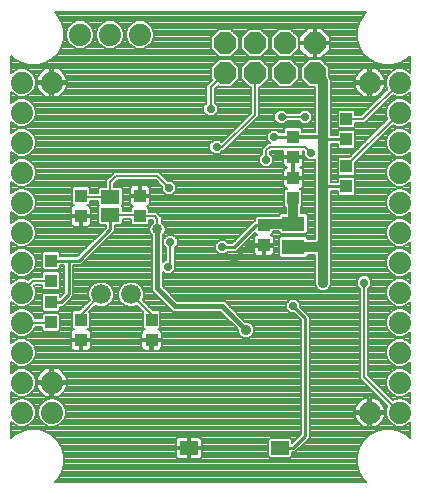
<source format=gbl>
G75*
%MOIN*%
%OFA0B0*%
%FSLAX25Y25*%
%IPPOS*%
%LPD*%
%AMOC8*
5,1,8,0,0,1.08239X$1,22.5*
%
%ADD10R,0.03937X0.04331*%
%ADD11C,0.07400*%
%ADD12R,0.06300X0.04600*%
%ADD13C,0.06600*%
%ADD14OC8,0.07400*%
%ADD15R,0.05906X0.04724*%
%ADD16R,0.07480X0.05118*%
%ADD17C,0.03372*%
%ADD18C,0.03569*%
%ADD19C,0.03200*%
%ADD20C,0.02400*%
%ADD21C,0.01200*%
%ADD22C,0.02781*%
%ADD23C,0.01000*%
%ADD24C,0.01600*%
%ADD25C,0.00787*%
D10*
X0028953Y0053165D03*
X0028953Y0059858D03*
X0019110Y0059071D03*
X0019110Y0065764D03*
X0019110Y0072850D03*
X0019110Y0079543D03*
X0028953Y0094504D03*
X0028953Y0101197D03*
X0048638Y0101197D03*
X0048638Y0094504D03*
X0052575Y0059858D03*
X0052575Y0053165D03*
X0089976Y0084661D03*
X0089976Y0091354D03*
X0099819Y0100409D03*
X0099819Y0107102D03*
X0099819Y0114189D03*
X0099819Y0120882D03*
X0117535Y0120094D03*
X0117535Y0126787D03*
X0117535Y0111039D03*
X0117535Y0104346D03*
D11*
X0135252Y0108953D03*
X0135252Y0118953D03*
X0135252Y0128953D03*
X0135252Y0138953D03*
X0125252Y0138953D03*
X0135252Y0098953D03*
X0135252Y0088953D03*
X0135252Y0078953D03*
X0135252Y0068953D03*
X0135252Y0058953D03*
X0135252Y0048953D03*
X0135252Y0038953D03*
X0135252Y0028953D03*
X0125252Y0028953D03*
X0019268Y0028953D03*
X0019268Y0038953D03*
X0009268Y0038953D03*
X0009268Y0048953D03*
X0009268Y0058953D03*
X0009268Y0068953D03*
X0009268Y0078953D03*
X0009268Y0088953D03*
X0009268Y0098953D03*
X0009268Y0108953D03*
X0009268Y0118953D03*
X0009268Y0128953D03*
X0009268Y0138953D03*
X0019268Y0138953D03*
X0028638Y0154937D03*
X0038638Y0154937D03*
X0048638Y0154937D03*
X0009268Y0028953D03*
D12*
X0038795Y0094850D03*
X0038795Y0100850D03*
D13*
X0035764Y0068323D03*
X0045764Y0068323D03*
D14*
X0076945Y0142063D03*
X0076945Y0152063D03*
X0086945Y0152063D03*
X0086945Y0142063D03*
X0096945Y0142063D03*
X0096945Y0152063D03*
X0106945Y0152063D03*
X0106945Y0142063D03*
D15*
X0095291Y0017142D03*
X0064976Y0017142D03*
D16*
X0099819Y0084071D03*
X0099819Y0091945D03*
D17*
X0054543Y0089976D03*
D18*
X0084071Y0056512D03*
X0109661Y0072260D03*
D19*
X0109661Y0084071D01*
X0109661Y0103756D01*
X0109661Y0119504D01*
X0109661Y0139346D01*
X0106945Y0142063D01*
X0099819Y0100409D02*
X0099819Y0091945D01*
X0090567Y0091945D01*
X0089976Y0091354D01*
X0099819Y0084071D02*
X0108480Y0084071D01*
X0109071Y0084661D01*
D20*
X0109661Y0084071D01*
D21*
X0109661Y0119504D02*
X0108283Y0120882D01*
X0099819Y0120882D01*
D22*
X0103756Y0127378D03*
X0095882Y0127378D03*
X0093520Y0120685D03*
X0094701Y0114386D03*
X0090764Y0113205D03*
X0105724Y0115567D03*
X0076197Y0084071D03*
X0080134Y0080134D03*
X0099819Y0064386D03*
X0123441Y0072260D03*
X0074228Y0117535D03*
X0072260Y0130134D03*
X0058480Y0103756D03*
X0058874Y0085646D03*
X0058087Y0077378D03*
D23*
X0076197Y0084071D02*
X0080134Y0084071D01*
X0087417Y0091354D01*
X0089976Y0091354D01*
X0089976Y0084661D02*
X0084661Y0084661D01*
X0080134Y0080134D01*
X0099819Y0064386D02*
X0103756Y0060449D01*
X0103756Y0021079D01*
X0099819Y0017142D01*
X0095291Y0017142D01*
X0028362Y0079543D02*
X0038795Y0089976D01*
X0038795Y0094850D01*
X0028362Y0079543D02*
X0025016Y0079543D01*
X0025016Y0068323D01*
X0022457Y0065764D01*
X0019110Y0065764D01*
X0019110Y0079543D02*
X0025016Y0079543D01*
X0093520Y0120685D02*
X0093717Y0120882D01*
X0099819Y0120882D01*
X0099819Y0114189D02*
X0094898Y0114189D01*
X0094701Y0114386D01*
X0110252Y0120094D02*
X0117535Y0120094D01*
X0117535Y0104346D02*
X0110252Y0104346D01*
D24*
X0109661Y0103756D01*
X0109661Y0119504D02*
X0110252Y0120094D01*
X0076197Y0064386D02*
X0084071Y0056512D01*
X0076197Y0064386D02*
X0060449Y0064386D01*
X0054543Y0070291D01*
X0054543Y0089976D01*
D25*
X0005787Y0025795D02*
X0005787Y0020353D01*
X0006881Y0021446D01*
X0009229Y0022802D01*
X0011849Y0023504D01*
X0014561Y0023504D01*
X0017180Y0022802D01*
X0019529Y0021446D01*
X0021446Y0019529D01*
X0022802Y0017180D01*
X0023504Y0014561D01*
X0023504Y0011849D01*
X0022802Y0009229D01*
X0021446Y0006881D01*
X0020353Y0005787D01*
X0124167Y0005787D01*
X0123074Y0006881D01*
X0121718Y0009229D01*
X0121016Y0011849D01*
X0121016Y0014561D01*
X0121718Y0017180D01*
X0123074Y0019529D01*
X0124991Y0021446D01*
X0127340Y0022802D01*
X0129959Y0023504D01*
X0132671Y0023504D01*
X0135290Y0022802D01*
X0137639Y0021446D01*
X0138732Y0020353D01*
X0138732Y0025795D01*
X0137911Y0024974D01*
X0136186Y0024259D01*
X0134318Y0024259D01*
X0132593Y0024974D01*
X0131273Y0026294D01*
X0130558Y0028019D01*
X0130558Y0029886D01*
X0131085Y0031158D01*
X0122054Y0040189D01*
X0122054Y0070275D01*
X0121057Y0071272D01*
X0121057Y0073247D01*
X0122453Y0074644D01*
X0124429Y0074644D01*
X0125825Y0073247D01*
X0125825Y0071272D01*
X0124828Y0070275D01*
X0124828Y0041338D01*
X0133047Y0033120D01*
X0134318Y0033646D01*
X0136186Y0033646D01*
X0137911Y0032932D01*
X0138732Y0032110D01*
X0138732Y0035795D01*
X0137911Y0034974D01*
X0136186Y0034259D01*
X0134318Y0034259D01*
X0132593Y0034974D01*
X0131273Y0036294D01*
X0130558Y0038019D01*
X0130558Y0039886D01*
X0131273Y0041612D01*
X0132593Y0042932D01*
X0134318Y0043646D01*
X0136186Y0043646D01*
X0137911Y0042932D01*
X0138732Y0042110D01*
X0138732Y0045795D01*
X0137911Y0044974D01*
X0136186Y0044259D01*
X0134318Y0044259D01*
X0132593Y0044974D01*
X0131273Y0046294D01*
X0130558Y0048019D01*
X0130558Y0049886D01*
X0131273Y0051612D01*
X0132593Y0052932D01*
X0134318Y0053646D01*
X0136186Y0053646D01*
X0137911Y0052932D01*
X0138732Y0052110D01*
X0138732Y0055795D01*
X0137911Y0054974D01*
X0136186Y0054259D01*
X0134318Y0054259D01*
X0132593Y0054974D01*
X0131273Y0056294D01*
X0130558Y0058019D01*
X0130558Y0059886D01*
X0131273Y0061612D01*
X0132593Y0062932D01*
X0134318Y0063646D01*
X0136186Y0063646D01*
X0137911Y0062932D01*
X0138732Y0062110D01*
X0138732Y0065795D01*
X0137911Y0064974D01*
X0136186Y0064259D01*
X0134318Y0064259D01*
X0132593Y0064974D01*
X0131273Y0066294D01*
X0130558Y0068019D01*
X0130558Y0069886D01*
X0131273Y0071612D01*
X0132593Y0072932D01*
X0134318Y0073646D01*
X0136186Y0073646D01*
X0137911Y0072932D01*
X0138732Y0072110D01*
X0138732Y0075795D01*
X0137911Y0074974D01*
X0136186Y0074259D01*
X0134318Y0074259D01*
X0132593Y0074974D01*
X0131273Y0076294D01*
X0130558Y0078019D01*
X0130558Y0079886D01*
X0131273Y0081612D01*
X0132593Y0082932D01*
X0134318Y0083646D01*
X0136186Y0083646D01*
X0137911Y0082932D01*
X0138732Y0082110D01*
X0138732Y0085795D01*
X0137911Y0084974D01*
X0136186Y0084259D01*
X0134318Y0084259D01*
X0132593Y0084974D01*
X0131273Y0086294D01*
X0130558Y0088019D01*
X0130558Y0089886D01*
X0131273Y0091612D01*
X0132593Y0092932D01*
X0134318Y0093646D01*
X0136186Y0093646D01*
X0137911Y0092932D01*
X0138732Y0092110D01*
X0138732Y0095795D01*
X0137911Y0094974D01*
X0136186Y0094259D01*
X0134318Y0094259D01*
X0132593Y0094974D01*
X0131273Y0096294D01*
X0130558Y0098019D01*
X0130558Y0099886D01*
X0131273Y0101612D01*
X0132593Y0102932D01*
X0134318Y0103646D01*
X0136186Y0103646D01*
X0137911Y0102932D01*
X0138732Y0102110D01*
X0138732Y0105795D01*
X0137911Y0104974D01*
X0136186Y0104259D01*
X0134318Y0104259D01*
X0132593Y0104974D01*
X0131273Y0106294D01*
X0130558Y0108019D01*
X0130558Y0109886D01*
X0131273Y0111612D01*
X0132593Y0112932D01*
X0134318Y0113646D01*
X0136186Y0113646D01*
X0137911Y0112932D01*
X0138732Y0112110D01*
X0138732Y0115795D01*
X0137911Y0114974D01*
X0136186Y0114259D01*
X0134318Y0114259D01*
X0132593Y0114974D01*
X0131273Y0116294D01*
X0130558Y0118019D01*
X0130558Y0119886D01*
X0131273Y0121612D01*
X0132593Y0122932D01*
X0134318Y0123646D01*
X0136186Y0123646D01*
X0137911Y0122932D01*
X0138732Y0122110D01*
X0138732Y0125795D01*
X0137911Y0124974D01*
X0136186Y0124259D01*
X0134318Y0124259D01*
X0133047Y0124786D01*
X0120498Y0112236D01*
X0120498Y0108462D01*
X0119916Y0107880D01*
X0115155Y0107880D01*
X0114573Y0108462D01*
X0114573Y0113616D01*
X0115155Y0114198D01*
X0118536Y0114198D01*
X0131085Y0126748D01*
X0130558Y0128019D01*
X0130558Y0129886D01*
X0131273Y0131612D01*
X0132593Y0132932D01*
X0134318Y0133646D01*
X0136186Y0133646D01*
X0137911Y0132932D01*
X0138732Y0132110D01*
X0138732Y0135795D01*
X0137911Y0134974D01*
X0136186Y0134259D01*
X0134318Y0134259D01*
X0133047Y0134786D01*
X0123661Y0125400D01*
X0120498Y0125400D01*
X0120498Y0124210D01*
X0119916Y0123628D01*
X0115155Y0123628D01*
X0114573Y0124210D01*
X0114573Y0129364D01*
X0115155Y0129946D01*
X0119916Y0129946D01*
X0120498Y0129364D01*
X0120498Y0128175D01*
X0122512Y0128175D01*
X0131085Y0136748D01*
X0130558Y0138019D01*
X0130558Y0139886D01*
X0131273Y0141612D01*
X0132593Y0142932D01*
X0134318Y0143646D01*
X0136186Y0143646D01*
X0137911Y0142932D01*
X0138732Y0142110D01*
X0138732Y0147789D01*
X0137639Y0146696D01*
X0135290Y0145340D01*
X0132671Y0144638D01*
X0129959Y0144638D01*
X0127340Y0145340D01*
X0124991Y0146696D01*
X0123074Y0148613D01*
X0121718Y0150962D01*
X0121016Y0153581D01*
X0121016Y0156293D01*
X0121718Y0158912D01*
X0123074Y0161261D01*
X0124167Y0162354D01*
X0020353Y0162354D01*
X0021446Y0161261D01*
X0022802Y0158912D01*
X0023504Y0156293D01*
X0023504Y0153581D01*
X0022802Y0150962D01*
X0021446Y0148613D01*
X0019529Y0146696D01*
X0017180Y0145340D01*
X0014561Y0144638D01*
X0011849Y0144638D01*
X0009229Y0145340D01*
X0006881Y0146696D01*
X0005787Y0147789D01*
X0005787Y0142110D01*
X0006609Y0142932D01*
X0008334Y0143646D01*
X0010201Y0143646D01*
X0011926Y0142932D01*
X0013247Y0141612D01*
X0013961Y0139886D01*
X0013961Y0138019D01*
X0013247Y0136294D01*
X0011926Y0134974D01*
X0010201Y0134259D01*
X0008334Y0134259D01*
X0006609Y0134974D01*
X0005787Y0135795D01*
X0005787Y0132110D01*
X0006609Y0132932D01*
X0008334Y0133646D01*
X0010201Y0133646D01*
X0011926Y0132932D01*
X0013247Y0131612D01*
X0013961Y0129886D01*
X0013961Y0128019D01*
X0013247Y0126294D01*
X0011926Y0124974D01*
X0010201Y0124259D01*
X0008334Y0124259D01*
X0006609Y0124974D01*
X0005787Y0125795D01*
X0005787Y0122110D01*
X0006609Y0122932D01*
X0008334Y0123646D01*
X0010201Y0123646D01*
X0011926Y0122932D01*
X0013247Y0121612D01*
X0013961Y0119886D01*
X0013961Y0118019D01*
X0013247Y0116294D01*
X0011926Y0114974D01*
X0010201Y0114259D01*
X0008334Y0114259D01*
X0006609Y0114974D01*
X0005787Y0115795D01*
X0005787Y0112110D01*
X0006609Y0112932D01*
X0008334Y0113646D01*
X0010201Y0113646D01*
X0011926Y0112932D01*
X0013247Y0111612D01*
X0013961Y0109886D01*
X0013961Y0108019D01*
X0013247Y0106294D01*
X0011926Y0104974D01*
X0010201Y0104259D01*
X0008334Y0104259D01*
X0006609Y0104974D01*
X0005787Y0105795D01*
X0005787Y0102110D01*
X0006609Y0102932D01*
X0008334Y0103646D01*
X0010201Y0103646D01*
X0011926Y0102932D01*
X0013247Y0101612D01*
X0013961Y0099886D01*
X0013961Y0098019D01*
X0013247Y0096294D01*
X0011926Y0094974D01*
X0010201Y0094259D01*
X0008334Y0094259D01*
X0006609Y0094974D01*
X0005787Y0095795D01*
X0005787Y0092110D01*
X0006609Y0092932D01*
X0008334Y0093646D01*
X0010201Y0093646D01*
X0011926Y0092932D01*
X0013247Y0091612D01*
X0013961Y0089886D01*
X0013961Y0088019D01*
X0013247Y0086294D01*
X0011926Y0084974D01*
X0010201Y0084259D01*
X0008334Y0084259D01*
X0006609Y0084974D01*
X0005787Y0085795D01*
X0005787Y0082110D01*
X0006609Y0082932D01*
X0008334Y0083646D01*
X0010201Y0083646D01*
X0011926Y0082932D01*
X0013247Y0081612D01*
X0013961Y0079886D01*
X0013961Y0078019D01*
X0013247Y0076294D01*
X0011926Y0074974D01*
X0010201Y0074259D01*
X0008334Y0074259D01*
X0006609Y0074974D01*
X0005787Y0075795D01*
X0005787Y0072110D01*
X0006609Y0072932D01*
X0008334Y0073646D01*
X0010201Y0073646D01*
X0011473Y0073120D01*
X0012591Y0074238D01*
X0016148Y0074238D01*
X0016148Y0075427D01*
X0016730Y0076009D01*
X0021490Y0076009D01*
X0022072Y0075427D01*
X0022072Y0070273D01*
X0021490Y0069691D01*
X0016730Y0069691D01*
X0016148Y0070273D01*
X0016148Y0071463D01*
X0013740Y0071463D01*
X0013435Y0071158D01*
X0013961Y0069886D01*
X0013961Y0068019D01*
X0013247Y0066294D01*
X0011926Y0064974D01*
X0010201Y0064259D01*
X0008334Y0064259D01*
X0006609Y0064974D01*
X0005787Y0065795D01*
X0005787Y0062110D01*
X0006609Y0062932D01*
X0008334Y0063646D01*
X0010201Y0063646D01*
X0011926Y0062932D01*
X0013247Y0061612D01*
X0013773Y0060340D01*
X0016148Y0060340D01*
X0016148Y0061648D01*
X0016730Y0062230D01*
X0021490Y0062230D01*
X0022072Y0061648D01*
X0022072Y0056494D01*
X0021490Y0055912D01*
X0016730Y0055912D01*
X0016148Y0056494D01*
X0016148Y0057565D01*
X0013773Y0057565D01*
X0013247Y0056294D01*
X0011926Y0054974D01*
X0010201Y0054259D01*
X0008334Y0054259D01*
X0006609Y0054974D01*
X0005787Y0055795D01*
X0005787Y0052110D01*
X0006609Y0052932D01*
X0008334Y0053646D01*
X0010201Y0053646D01*
X0011926Y0052932D01*
X0013247Y0051612D01*
X0013961Y0049886D01*
X0013961Y0048019D01*
X0013247Y0046294D01*
X0011926Y0044974D01*
X0010201Y0044259D01*
X0008334Y0044259D01*
X0006609Y0044974D01*
X0005787Y0045795D01*
X0005787Y0042110D01*
X0006609Y0042932D01*
X0008334Y0043646D01*
X0010201Y0043646D01*
X0011926Y0042932D01*
X0013247Y0041612D01*
X0013961Y0039886D01*
X0013961Y0038019D01*
X0013247Y0036294D01*
X0011926Y0034974D01*
X0010201Y0034259D01*
X0008334Y0034259D01*
X0006609Y0034974D01*
X0005787Y0035795D01*
X0005787Y0032110D01*
X0006609Y0032932D01*
X0008334Y0033646D01*
X0010201Y0033646D01*
X0011926Y0032932D01*
X0013247Y0031612D01*
X0013961Y0029886D01*
X0013961Y0028019D01*
X0013247Y0026294D01*
X0011926Y0024974D01*
X0010201Y0024259D01*
X0008334Y0024259D01*
X0006609Y0024974D01*
X0005787Y0025795D01*
X0005787Y0025757D02*
X0005826Y0025757D01*
X0005787Y0024971D02*
X0006615Y0024971D01*
X0005787Y0024185D02*
X0102262Y0024185D01*
X0102262Y0023399D02*
X0014951Y0023399D01*
X0016609Y0024974D02*
X0018334Y0024259D01*
X0020201Y0024259D01*
X0021926Y0024974D01*
X0023247Y0026294D01*
X0023961Y0028019D01*
X0023961Y0029886D01*
X0023247Y0031612D01*
X0021926Y0032932D01*
X0020201Y0033646D01*
X0018334Y0033646D01*
X0016609Y0032932D01*
X0015289Y0031612D01*
X0014574Y0029886D01*
X0014574Y0028019D01*
X0015289Y0026294D01*
X0016609Y0024974D01*
X0016615Y0024971D02*
X0011920Y0024971D01*
X0012710Y0025757D02*
X0015826Y0025757D01*
X0015185Y0026543D02*
X0013350Y0026543D01*
X0013675Y0027329D02*
X0014860Y0027329D01*
X0014574Y0028115D02*
X0013961Y0028115D01*
X0013961Y0028901D02*
X0014574Y0028901D01*
X0014574Y0029687D02*
X0013961Y0029687D01*
X0013719Y0030472D02*
X0014817Y0030472D01*
X0015142Y0031258D02*
X0013393Y0031258D01*
X0012814Y0032044D02*
X0015721Y0032044D01*
X0016507Y0032830D02*
X0012028Y0032830D01*
X0010275Y0033616D02*
X0018261Y0033616D01*
X0018075Y0033984D02*
X0017312Y0034232D01*
X0016598Y0034596D01*
X0015949Y0035067D01*
X0015382Y0035634D01*
X0014911Y0036283D01*
X0014547Y0036997D01*
X0014299Y0037760D01*
X0014174Y0038552D01*
X0014174Y0038559D01*
X0018874Y0038559D01*
X0019661Y0038559D01*
X0019661Y0033859D01*
X0019669Y0033859D01*
X0020460Y0033984D01*
X0021223Y0034232D01*
X0021937Y0034596D01*
X0022586Y0035067D01*
X0023153Y0035634D01*
X0023624Y0036283D01*
X0023988Y0036997D01*
X0024236Y0037760D01*
X0024361Y0038552D01*
X0024361Y0038559D01*
X0019661Y0038559D01*
X0019661Y0039346D01*
X0024361Y0039346D01*
X0024361Y0039354D01*
X0024236Y0040146D01*
X0023988Y0040908D01*
X0023624Y0041622D01*
X0023153Y0042271D01*
X0022586Y0042838D01*
X0021937Y0043309D01*
X0021223Y0043673D01*
X0020460Y0043921D01*
X0019669Y0044046D01*
X0019661Y0044046D01*
X0019661Y0039347D01*
X0018874Y0039347D01*
X0018874Y0044046D01*
X0018867Y0044046D01*
X0018075Y0043921D01*
X0017312Y0043673D01*
X0016598Y0043309D01*
X0015949Y0042838D01*
X0015382Y0042271D01*
X0014911Y0041622D01*
X0014547Y0040908D01*
X0014299Y0040146D01*
X0014174Y0039354D01*
X0014174Y0039346D01*
X0018874Y0039346D01*
X0018874Y0038559D01*
X0018874Y0033859D01*
X0018867Y0033859D01*
X0018075Y0033984D01*
X0018874Y0034402D02*
X0019661Y0034402D01*
X0019661Y0035188D02*
X0018874Y0035188D01*
X0018874Y0035974D02*
X0019661Y0035974D01*
X0019661Y0036760D02*
X0018874Y0036760D01*
X0018874Y0037546D02*
X0019661Y0037546D01*
X0019661Y0038332D02*
X0018874Y0038332D01*
X0018874Y0039118D02*
X0013961Y0039118D01*
X0013954Y0039903D02*
X0014261Y0039903D01*
X0014476Y0040689D02*
X0013629Y0040689D01*
X0013303Y0041475D02*
X0014836Y0041475D01*
X0015375Y0042261D02*
X0012597Y0042261D01*
X0011648Y0043047D02*
X0016237Y0043047D01*
X0017804Y0043833D02*
X0005787Y0043833D01*
X0005787Y0044619D02*
X0007465Y0044619D01*
X0006178Y0045405D02*
X0005787Y0045405D01*
X0005787Y0043047D02*
X0006887Y0043047D01*
X0005938Y0042261D02*
X0005787Y0042261D01*
X0011070Y0044619D02*
X0102262Y0044619D01*
X0102262Y0045405D02*
X0012358Y0045405D01*
X0013144Y0046191D02*
X0102262Y0046191D01*
X0102262Y0046977D02*
X0013530Y0046977D01*
X0013855Y0047763D02*
X0102262Y0047763D01*
X0102262Y0048548D02*
X0013961Y0048548D01*
X0013961Y0049334D02*
X0102262Y0049334D01*
X0102262Y0050120D02*
X0055635Y0050120D01*
X0055659Y0050144D02*
X0055842Y0050462D01*
X0055937Y0050817D01*
X0055937Y0052772D01*
X0052969Y0052772D01*
X0052969Y0053559D01*
X0055937Y0053559D01*
X0055937Y0055514D01*
X0055842Y0055869D01*
X0055659Y0056186D01*
X0055399Y0056446D01*
X0055081Y0056629D01*
X0054821Y0056699D01*
X0054955Y0056699D01*
X0055537Y0057281D01*
X0055537Y0062435D01*
X0054955Y0063017D01*
X0053031Y0063017D01*
X0049625Y0066424D01*
X0050057Y0067469D01*
X0050057Y0069177D01*
X0049404Y0070755D01*
X0048196Y0071963D01*
X0046618Y0072617D01*
X0044910Y0072617D01*
X0043332Y0071963D01*
X0042124Y0070755D01*
X0041470Y0069177D01*
X0041470Y0067469D01*
X0042124Y0065891D01*
X0043332Y0064683D01*
X0044910Y0064029D01*
X0046618Y0064029D01*
X0047663Y0064462D01*
X0049651Y0062474D01*
X0049613Y0062435D01*
X0049613Y0057281D01*
X0050195Y0056699D01*
X0050329Y0056699D01*
X0050068Y0056629D01*
X0049751Y0056446D01*
X0049491Y0056186D01*
X0049308Y0055869D01*
X0049213Y0055514D01*
X0049213Y0053559D01*
X0052181Y0053559D01*
X0052181Y0052772D01*
X0049213Y0052772D01*
X0049213Y0050817D01*
X0049308Y0050462D01*
X0049491Y0050144D01*
X0049751Y0049885D01*
X0050068Y0049701D01*
X0050423Y0049606D01*
X0052181Y0049606D01*
X0052181Y0052772D01*
X0052968Y0052772D01*
X0052968Y0049606D01*
X0054727Y0049606D01*
X0055081Y0049701D01*
X0055399Y0049885D01*
X0055659Y0050144D01*
X0055937Y0050906D02*
X0102262Y0050906D01*
X0102262Y0051692D02*
X0055937Y0051692D01*
X0055937Y0052478D02*
X0102262Y0052478D01*
X0102262Y0053264D02*
X0052969Y0053264D01*
X0052968Y0052478D02*
X0052181Y0052478D01*
X0052181Y0051692D02*
X0052968Y0051692D01*
X0052968Y0050906D02*
X0052181Y0050906D01*
X0052181Y0050120D02*
X0052968Y0050120D01*
X0052181Y0053264D02*
X0029346Y0053264D01*
X0029346Y0053559D02*
X0032315Y0053559D01*
X0032315Y0055514D01*
X0032220Y0055869D01*
X0032036Y0056186D01*
X0031777Y0056446D01*
X0031459Y0056629D01*
X0031199Y0056699D01*
X0031333Y0056699D01*
X0031915Y0057281D01*
X0031915Y0062435D01*
X0031877Y0062474D01*
X0033865Y0064462D01*
X0034910Y0064029D01*
X0036618Y0064029D01*
X0038196Y0064683D01*
X0039404Y0065891D01*
X0040057Y0067469D01*
X0040057Y0069177D01*
X0039404Y0070755D01*
X0038196Y0071963D01*
X0036618Y0072617D01*
X0034910Y0072617D01*
X0033332Y0071963D01*
X0032124Y0070755D01*
X0031470Y0069177D01*
X0031470Y0067469D01*
X0031903Y0066424D01*
X0028496Y0063017D01*
X0026573Y0063017D01*
X0025991Y0062435D01*
X0025991Y0057281D01*
X0026573Y0056699D01*
X0026707Y0056699D01*
X0026446Y0056629D01*
X0026128Y0056446D01*
X0025869Y0056186D01*
X0025686Y0055869D01*
X0025591Y0055514D01*
X0025591Y0053559D01*
X0028559Y0053559D01*
X0028559Y0052772D01*
X0025591Y0052772D01*
X0025591Y0050817D01*
X0025686Y0050462D01*
X0025869Y0050144D01*
X0026128Y0049885D01*
X0026446Y0049701D01*
X0026801Y0049606D01*
X0028559Y0049606D01*
X0028559Y0052772D01*
X0029346Y0052772D01*
X0029346Y0049606D01*
X0031105Y0049606D01*
X0031459Y0049701D01*
X0031777Y0049885D01*
X0032036Y0050144D01*
X0032220Y0050462D01*
X0032315Y0050817D01*
X0032315Y0052772D01*
X0029346Y0052772D01*
X0029346Y0053559D01*
X0028559Y0053264D02*
X0011125Y0053264D01*
X0012380Y0052478D02*
X0025591Y0052478D01*
X0025591Y0051692D02*
X0013166Y0051692D01*
X0013539Y0050906D02*
X0025591Y0050906D01*
X0025893Y0050120D02*
X0013865Y0050120D01*
X0011594Y0054836D02*
X0025591Y0054836D01*
X0025591Y0054050D02*
X0005787Y0054050D01*
X0005787Y0054836D02*
X0006942Y0054836D01*
X0005961Y0055622D02*
X0005787Y0055622D01*
X0005787Y0053264D02*
X0007411Y0053264D01*
X0006155Y0052478D02*
X0005787Y0052478D01*
X0009268Y0058953D02*
X0018992Y0058953D01*
X0019110Y0059071D01*
X0022072Y0058765D02*
X0025991Y0058765D01*
X0025991Y0057979D02*
X0022072Y0057979D01*
X0022072Y0057194D02*
X0026078Y0057194D01*
X0026090Y0056408D02*
X0021986Y0056408D01*
X0022072Y0059551D02*
X0025991Y0059551D01*
X0025991Y0060337D02*
X0022072Y0060337D01*
X0022072Y0061123D02*
X0025991Y0061123D01*
X0025991Y0061909D02*
X0021811Y0061909D01*
X0021490Y0062605D02*
X0022072Y0063187D01*
X0022072Y0064270D01*
X0023075Y0064270D01*
X0023950Y0065145D01*
X0025634Y0066829D01*
X0025634Y0066829D01*
X0026509Y0067704D01*
X0026509Y0078050D01*
X0028981Y0078050D01*
X0039414Y0088483D01*
X0040289Y0089358D01*
X0040289Y0091557D01*
X0042357Y0091557D01*
X0042939Y0092139D01*
X0042939Y0093463D01*
X0045676Y0093463D01*
X0045676Y0091927D01*
X0046258Y0091345D01*
X0051018Y0091345D01*
X0051600Y0091927D01*
X0051600Y0093117D01*
X0052984Y0093117D01*
X0053156Y0092945D01*
X0053156Y0092302D01*
X0053025Y0092248D01*
X0052272Y0091494D01*
X0051864Y0090509D01*
X0051864Y0089443D01*
X0052272Y0088459D01*
X0052750Y0087981D01*
X0052750Y0069548D01*
X0059706Y0062592D01*
X0075454Y0062592D01*
X0081293Y0056753D01*
X0081293Y0055959D01*
X0081716Y0054938D01*
X0082497Y0054157D01*
X0083518Y0053734D01*
X0084623Y0053734D01*
X0085644Y0054157D01*
X0086426Y0054938D01*
X0086849Y0055959D01*
X0086849Y0057064D01*
X0086426Y0058085D01*
X0085644Y0058867D01*
X0084623Y0059290D01*
X0083830Y0059290D01*
X0076940Y0066180D01*
X0061192Y0066180D01*
X0056337Y0071034D01*
X0056337Y0075756D01*
X0057099Y0074994D01*
X0059074Y0074994D01*
X0060471Y0076390D01*
X0060471Y0078366D01*
X0060261Y0078575D01*
X0060261Y0083661D01*
X0061258Y0084658D01*
X0061258Y0086633D01*
X0059862Y0088030D01*
X0057886Y0088030D01*
X0056490Y0086633D01*
X0056490Y0084658D01*
X0057487Y0083661D01*
X0057487Y0079762D01*
X0057099Y0079762D01*
X0056337Y0079000D01*
X0056337Y0087981D01*
X0056815Y0088459D01*
X0057223Y0089443D01*
X0057223Y0090509D01*
X0056815Y0091494D01*
X0056061Y0092248D01*
X0055931Y0092302D01*
X0055931Y0094094D01*
X0055118Y0094907D01*
X0054134Y0095891D01*
X0051600Y0095891D01*
X0051600Y0097081D01*
X0051018Y0097663D01*
X0050884Y0097663D01*
X0051144Y0097733D01*
X0051462Y0097916D01*
X0051722Y0098176D01*
X0051905Y0098494D01*
X0052000Y0098848D01*
X0052000Y0100803D01*
X0049032Y0100803D01*
X0049032Y0101591D01*
X0052000Y0101591D01*
X0052000Y0103546D01*
X0051905Y0103900D01*
X0051722Y0104218D01*
X0051462Y0104477D01*
X0051144Y0104661D01*
X0050790Y0104756D01*
X0049031Y0104756D01*
X0049031Y0101591D01*
X0048244Y0101591D01*
X0048244Y0104756D01*
X0046486Y0104756D01*
X0046131Y0104661D01*
X0045814Y0104477D01*
X0045554Y0104218D01*
X0045371Y0103900D01*
X0045276Y0103546D01*
X0045276Y0101591D01*
X0048244Y0101591D01*
X0048244Y0100803D01*
X0045276Y0100803D01*
X0045276Y0098848D01*
X0045371Y0098494D01*
X0045554Y0098176D01*
X0045814Y0097916D01*
X0046131Y0097733D01*
X0046392Y0097663D01*
X0046258Y0097663D01*
X0045676Y0097081D01*
X0045676Y0096238D01*
X0042939Y0096238D01*
X0042939Y0097562D01*
X0042651Y0097850D01*
X0042939Y0098139D01*
X0042939Y0103562D01*
X0042357Y0104144D01*
X0040183Y0104144D01*
X0040183Y0105150D01*
X0041338Y0106306D01*
X0053969Y0106306D01*
X0056096Y0104178D01*
X0056096Y0102768D01*
X0057493Y0101372D01*
X0059468Y0101372D01*
X0060865Y0102768D01*
X0060865Y0104743D01*
X0059468Y0106140D01*
X0058058Y0106140D01*
X0055931Y0108268D01*
X0055118Y0109080D01*
X0040189Y0109080D01*
X0039376Y0108268D01*
X0037408Y0106299D01*
X0037408Y0104144D01*
X0035234Y0104144D01*
X0034652Y0103562D01*
X0031915Y0103562D01*
X0031915Y0103774D02*
X0031333Y0104356D01*
X0026573Y0104356D01*
X0025991Y0103774D01*
X0025991Y0098620D01*
X0026573Y0098038D01*
X0026707Y0098038D01*
X0026446Y0097968D01*
X0026128Y0097785D01*
X0025869Y0097525D01*
X0025686Y0097207D01*
X0025591Y0096853D01*
X0025591Y0094898D01*
X0028559Y0094898D01*
X0028559Y0094110D01*
X0029346Y0094110D01*
X0029346Y0090945D01*
X0031105Y0090945D01*
X0031459Y0091040D01*
X0031777Y0091223D01*
X0032036Y0091483D01*
X0032220Y0091801D01*
X0032315Y0092155D01*
X0032315Y0094110D01*
X0029346Y0094110D01*
X0029346Y0094898D01*
X0032315Y0094898D01*
X0032315Y0096853D01*
X0032220Y0097207D01*
X0032036Y0097525D01*
X0031777Y0097785D01*
X0031459Y0097968D01*
X0031199Y0098038D01*
X0031333Y0098038D01*
X0031915Y0098620D01*
X0031915Y0099463D01*
X0034652Y0099463D01*
X0034652Y0098139D01*
X0034940Y0097850D01*
X0034652Y0097562D01*
X0034652Y0092139D01*
X0035234Y0091557D01*
X0037302Y0091557D01*
X0037302Y0090595D01*
X0027743Y0081037D01*
X0022072Y0081037D01*
X0022072Y0082120D01*
X0021490Y0082702D01*
X0016730Y0082702D01*
X0016148Y0082120D01*
X0016148Y0076966D01*
X0016730Y0076384D01*
X0021490Y0076384D01*
X0022072Y0076966D01*
X0022072Y0078050D01*
X0023522Y0078050D01*
X0023522Y0068942D01*
X0022072Y0067492D01*
X0022072Y0068341D01*
X0021490Y0068923D01*
X0016730Y0068923D01*
X0016148Y0068341D01*
X0016148Y0063187D01*
X0016730Y0062605D01*
X0021490Y0062605D01*
X0021581Y0062695D02*
X0026250Y0062695D01*
X0028960Y0063481D02*
X0022072Y0063481D01*
X0022072Y0064267D02*
X0029746Y0064267D01*
X0030532Y0065053D02*
X0023858Y0065053D01*
X0024644Y0065839D02*
X0031317Y0065839D01*
X0031820Y0066624D02*
X0025430Y0066624D01*
X0026216Y0067410D02*
X0031494Y0067410D01*
X0031470Y0068196D02*
X0026509Y0068196D01*
X0026509Y0068982D02*
X0031470Y0068982D01*
X0031715Y0069768D02*
X0026509Y0069768D01*
X0026509Y0070554D02*
X0032041Y0070554D01*
X0032709Y0071340D02*
X0026509Y0071340D01*
X0026509Y0072126D02*
X0033725Y0072126D01*
X0035764Y0068323D02*
X0028953Y0061512D01*
X0028953Y0059858D01*
X0031915Y0059551D02*
X0049613Y0059551D01*
X0049613Y0058765D02*
X0031915Y0058765D01*
X0031915Y0057979D02*
X0049613Y0057979D01*
X0049700Y0057194D02*
X0031827Y0057194D01*
X0031815Y0056408D02*
X0049712Y0056408D01*
X0049241Y0055622D02*
X0032286Y0055622D01*
X0032315Y0054836D02*
X0049213Y0054836D01*
X0049213Y0054050D02*
X0032315Y0054050D01*
X0032315Y0052478D02*
X0049213Y0052478D01*
X0049213Y0051692D02*
X0032315Y0051692D01*
X0032315Y0050906D02*
X0049213Y0050906D01*
X0049515Y0050120D02*
X0032013Y0050120D01*
X0029346Y0050120D02*
X0028559Y0050120D01*
X0028559Y0050906D02*
X0029346Y0050906D01*
X0029346Y0051692D02*
X0028559Y0051692D01*
X0028559Y0052478D02*
X0029346Y0052478D01*
X0025619Y0055622D02*
X0012575Y0055622D01*
X0013294Y0056408D02*
X0016234Y0056408D01*
X0016148Y0057194D02*
X0013619Y0057194D01*
X0013449Y0061123D02*
X0016148Y0061123D01*
X0016409Y0061909D02*
X0012949Y0061909D01*
X0012163Y0062695D02*
X0016640Y0062695D01*
X0016148Y0063481D02*
X0010601Y0063481D01*
X0010220Y0064267D02*
X0016148Y0064267D01*
X0016148Y0065053D02*
X0012005Y0065053D01*
X0012791Y0065839D02*
X0016148Y0065839D01*
X0016148Y0066624D02*
X0013384Y0066624D01*
X0013709Y0067410D02*
X0016148Y0067410D01*
X0016148Y0068196D02*
X0013961Y0068196D01*
X0013961Y0068982D02*
X0023522Y0068982D01*
X0023522Y0069768D02*
X0021567Y0069768D01*
X0022072Y0070554D02*
X0023522Y0070554D01*
X0023522Y0071340D02*
X0022072Y0071340D01*
X0022072Y0072126D02*
X0023522Y0072126D01*
X0023522Y0072912D02*
X0022072Y0072912D01*
X0022072Y0073698D02*
X0023522Y0073698D01*
X0023522Y0074484D02*
X0022072Y0074484D01*
X0022072Y0075270D02*
X0023522Y0075270D01*
X0023522Y0076055D02*
X0013008Y0076055D01*
X0013474Y0076841D02*
X0016273Y0076841D01*
X0016148Y0077627D02*
X0013799Y0077627D01*
X0013961Y0078413D02*
X0016148Y0078413D01*
X0016148Y0079199D02*
X0013961Y0079199D01*
X0013921Y0079985D02*
X0016148Y0079985D01*
X0016148Y0080771D02*
X0013595Y0080771D01*
X0013270Y0081557D02*
X0016148Y0081557D01*
X0016370Y0082343D02*
X0012516Y0082343D01*
X0011451Y0083129D02*
X0029835Y0083129D01*
X0030621Y0083915D02*
X0005787Y0083915D01*
X0005787Y0084700D02*
X0007268Y0084700D01*
X0006096Y0085486D02*
X0005787Y0085486D01*
X0005787Y0083129D02*
X0007084Y0083129D01*
X0006020Y0082343D02*
X0005787Y0082343D01*
X0011267Y0084700D02*
X0031407Y0084700D01*
X0032193Y0085486D02*
X0012439Y0085486D01*
X0013225Y0086272D02*
X0032979Y0086272D01*
X0033765Y0087058D02*
X0013563Y0087058D01*
X0013889Y0087844D02*
X0034551Y0087844D01*
X0035337Y0088630D02*
X0013961Y0088630D01*
X0013961Y0089416D02*
X0036122Y0089416D01*
X0036908Y0090202D02*
X0013831Y0090202D01*
X0013505Y0090988D02*
X0026641Y0090988D01*
X0026801Y0090945D02*
X0028559Y0090945D01*
X0028559Y0094110D01*
X0025591Y0094110D01*
X0025591Y0092155D01*
X0025686Y0091801D01*
X0025869Y0091483D01*
X0026128Y0091223D01*
X0026446Y0091040D01*
X0026801Y0090945D01*
X0025701Y0091774D02*
X0013085Y0091774D01*
X0012299Y0092560D02*
X0025591Y0092560D01*
X0025591Y0093346D02*
X0010928Y0093346D01*
X0011791Y0094917D02*
X0025591Y0094917D01*
X0025591Y0095703D02*
X0012656Y0095703D01*
X0013328Y0096489D02*
X0025591Y0096489D01*
X0025725Y0097275D02*
X0013653Y0097275D01*
X0013961Y0098061D02*
X0026549Y0098061D01*
X0025991Y0098847D02*
X0013961Y0098847D01*
X0013961Y0099633D02*
X0025991Y0099633D01*
X0025991Y0100419D02*
X0013741Y0100419D01*
X0013415Y0101205D02*
X0025991Y0101205D01*
X0025991Y0101991D02*
X0012868Y0101991D01*
X0012082Y0102776D02*
X0025991Y0102776D01*
X0025991Y0103562D02*
X0010404Y0103562D01*
X0010417Y0104348D02*
X0026565Y0104348D01*
X0028953Y0101197D02*
X0029299Y0100850D01*
X0038795Y0100850D01*
X0038795Y0105724D01*
X0040764Y0107693D01*
X0054543Y0107693D01*
X0058480Y0103756D01*
X0056874Y0101991D02*
X0052000Y0101991D01*
X0052000Y0102776D02*
X0056096Y0102776D01*
X0056096Y0103562D02*
X0051996Y0103562D01*
X0051591Y0104348D02*
X0055926Y0104348D01*
X0055140Y0105134D02*
X0040183Y0105134D01*
X0040183Y0104348D02*
X0045684Y0104348D01*
X0045280Y0103562D02*
X0042939Y0103562D01*
X0042939Y0102776D02*
X0045276Y0102776D01*
X0045276Y0101991D02*
X0042939Y0101991D01*
X0042939Y0101205D02*
X0048244Y0101205D01*
X0048244Y0101991D02*
X0049031Y0101991D01*
X0049031Y0102776D02*
X0048244Y0102776D01*
X0048244Y0103562D02*
X0049031Y0103562D01*
X0049031Y0104348D02*
X0048244Y0104348D01*
X0049032Y0101205D02*
X0096857Y0101205D01*
X0096857Y0101991D02*
X0060087Y0101991D01*
X0060865Y0102776D02*
X0096857Y0102776D01*
X0096857Y0102986D02*
X0096857Y0097832D01*
X0097225Y0097464D01*
X0097225Y0095498D01*
X0095667Y0095498D01*
X0095085Y0094916D01*
X0095085Y0094539D01*
X0090051Y0094539D01*
X0089990Y0094513D01*
X0087596Y0094513D01*
X0087014Y0093931D01*
X0087014Y0092848D01*
X0086799Y0092848D01*
X0085924Y0091973D01*
X0079515Y0085565D01*
X0078075Y0085565D01*
X0077184Y0086455D01*
X0075209Y0086455D01*
X0073813Y0085058D01*
X0073813Y0083083D01*
X0075209Y0081687D01*
X0077184Y0081687D01*
X0078075Y0082577D01*
X0080753Y0082577D01*
X0087014Y0088839D01*
X0087014Y0088777D01*
X0087596Y0088195D01*
X0087730Y0088195D01*
X0087470Y0088125D01*
X0087152Y0087942D01*
X0086893Y0087683D01*
X0086709Y0087365D01*
X0086614Y0087010D01*
X0086614Y0085055D01*
X0089583Y0085055D01*
X0089583Y0084268D01*
X0090370Y0084268D01*
X0090370Y0085055D01*
X0093339Y0085055D01*
X0093339Y0087010D01*
X0093244Y0087365D01*
X0093060Y0087683D01*
X0092801Y0087942D01*
X0092483Y0088125D01*
X0092222Y0088195D01*
X0092356Y0088195D01*
X0092939Y0088777D01*
X0092939Y0089351D01*
X0095085Y0089351D01*
X0095085Y0088974D01*
X0095667Y0088392D01*
X0103971Y0088392D01*
X0104553Y0088974D01*
X0104553Y0094916D01*
X0103971Y0095498D01*
X0102413Y0095498D01*
X0102413Y0097464D01*
X0102781Y0097832D01*
X0102781Y0102986D01*
X0102199Y0103568D01*
X0102065Y0103568D01*
X0102325Y0103638D01*
X0102643Y0103822D01*
X0102903Y0104081D01*
X0103086Y0104399D01*
X0103181Y0104754D01*
X0103181Y0106709D01*
X0100213Y0106709D01*
X0100213Y0107496D01*
X0103181Y0107496D01*
X0103181Y0109451D01*
X0103086Y0109806D01*
X0102903Y0110123D01*
X0102643Y0110383D01*
X0102325Y0110566D01*
X0102030Y0110646D01*
X0102325Y0110725D01*
X0102643Y0110908D01*
X0102903Y0111168D01*
X0103086Y0111486D01*
X0103181Y0111840D01*
X0103181Y0113795D01*
X0100213Y0113795D01*
X0100213Y0114583D01*
X0103181Y0114583D01*
X0103181Y0116148D01*
X0103181Y0116148D01*
X0103340Y0115989D01*
X0103340Y0114579D01*
X0104737Y0113183D01*
X0106712Y0113183D01*
X0107068Y0113538D01*
X0107068Y0086665D01*
X0104553Y0086665D01*
X0104553Y0087042D01*
X0103971Y0087624D01*
X0095667Y0087624D01*
X0095085Y0087042D01*
X0095085Y0081100D01*
X0095667Y0080518D01*
X0103971Y0080518D01*
X0104553Y0081100D01*
X0104553Y0081477D01*
X0107068Y0081477D01*
X0107068Y0073257D01*
X0106883Y0072812D01*
X0106883Y0071707D01*
X0107306Y0070686D01*
X0108088Y0069905D01*
X0109109Y0069482D01*
X0110214Y0069482D01*
X0111235Y0069905D01*
X0112016Y0070686D01*
X0112439Y0071707D01*
X0112439Y0072812D01*
X0112255Y0073257D01*
X0112255Y0102853D01*
X0114573Y0102853D01*
X0114573Y0101769D01*
X0115155Y0101187D01*
X0119916Y0101187D01*
X0120498Y0101769D01*
X0120498Y0106923D01*
X0119916Y0107505D01*
X0115155Y0107505D01*
X0114573Y0106923D01*
X0114573Y0105840D01*
X0112255Y0105840D01*
X0112255Y0118601D01*
X0114573Y0118601D01*
X0114573Y0117518D01*
X0115155Y0116935D01*
X0119916Y0116935D01*
X0120498Y0117518D01*
X0120498Y0122671D01*
X0119916Y0123254D01*
X0115155Y0123254D01*
X0114573Y0122671D01*
X0114573Y0121588D01*
X0112255Y0121588D01*
X0112255Y0139862D01*
X0111860Y0140816D01*
X0111639Y0141037D01*
X0111639Y0144007D01*
X0108889Y0146757D01*
X0105001Y0146757D01*
X0102251Y0144007D01*
X0102251Y0140119D01*
X0105001Y0137369D01*
X0107068Y0137369D01*
X0107068Y0122476D01*
X0102781Y0122476D01*
X0102781Y0123459D01*
X0102199Y0124041D01*
X0097439Y0124041D01*
X0096857Y0123459D01*
X0096857Y0122376D01*
X0095201Y0122376D01*
X0094507Y0123069D01*
X0092532Y0123069D01*
X0091135Y0121673D01*
X0091135Y0119697D01*
X0091910Y0118923D01*
X0091370Y0118923D01*
X0089376Y0116929D01*
X0089376Y0115189D01*
X0088380Y0114192D01*
X0088380Y0112217D01*
X0089776Y0110820D01*
X0091751Y0110820D01*
X0093148Y0112217D01*
X0093148Y0114192D01*
X0092151Y0115189D01*
X0092151Y0115780D01*
X0092520Y0116148D01*
X0096457Y0116148D01*
X0096457Y0114583D01*
X0099425Y0114583D01*
X0099425Y0113795D01*
X0100213Y0113795D01*
X0100213Y0107496D01*
X0099425Y0107496D01*
X0099425Y0106709D01*
X0096457Y0106709D01*
X0096457Y0104754D01*
X0096552Y0104399D01*
X0096735Y0104081D01*
X0096995Y0103822D01*
X0097312Y0103638D01*
X0097573Y0103568D01*
X0097439Y0103568D01*
X0096857Y0102986D01*
X0097433Y0103562D02*
X0060865Y0103562D01*
X0060865Y0104348D02*
X0096581Y0104348D01*
X0096457Y0105134D02*
X0060474Y0105134D01*
X0059688Y0105920D02*
X0096457Y0105920D01*
X0096457Y0106706D02*
X0057492Y0106706D01*
X0056706Y0107492D02*
X0099425Y0107492D01*
X0099425Y0107496D02*
X0096457Y0107496D01*
X0096457Y0109451D01*
X0096552Y0109806D01*
X0096735Y0110123D01*
X0096995Y0110383D01*
X0097312Y0110566D01*
X0097608Y0110646D01*
X0097312Y0110725D01*
X0096995Y0110908D01*
X0096735Y0111168D01*
X0096552Y0111486D01*
X0096457Y0111840D01*
X0096457Y0113795D01*
X0099425Y0113795D01*
X0099425Y0110661D01*
X0099425Y0107496D01*
X0099425Y0108278D02*
X0100213Y0108278D01*
X0100213Y0109064D02*
X0099425Y0109064D01*
X0099425Y0109850D02*
X0100213Y0109850D01*
X0100213Y0110636D02*
X0099425Y0110636D01*
X0099425Y0111422D02*
X0100213Y0111422D01*
X0100213Y0112207D02*
X0099425Y0112207D01*
X0099425Y0112993D02*
X0100213Y0112993D01*
X0100213Y0113779D02*
X0099425Y0113779D01*
X0099425Y0114565D02*
X0092775Y0114565D01*
X0093148Y0113779D02*
X0096457Y0113779D01*
X0096457Y0112993D02*
X0093148Y0112993D01*
X0093138Y0112207D02*
X0096457Y0112207D01*
X0096589Y0111422D02*
X0092352Y0111422D01*
X0090764Y0113205D02*
X0090764Y0116354D01*
X0091945Y0117535D01*
X0103756Y0117535D01*
X0105724Y0115567D01*
X0104140Y0113779D02*
X0103181Y0113779D01*
X0103181Y0112993D02*
X0107068Y0112993D01*
X0107068Y0112207D02*
X0103181Y0112207D01*
X0103049Y0111422D02*
X0107068Y0111422D01*
X0107068Y0110636D02*
X0102067Y0110636D01*
X0103061Y0109850D02*
X0107068Y0109850D01*
X0107068Y0109064D02*
X0103181Y0109064D01*
X0103181Y0108278D02*
X0107068Y0108278D01*
X0107068Y0107492D02*
X0100213Y0107492D01*
X0103181Y0106706D02*
X0107068Y0106706D01*
X0107068Y0105920D02*
X0103181Y0105920D01*
X0103181Y0105134D02*
X0107068Y0105134D01*
X0107068Y0104348D02*
X0103057Y0104348D01*
X0102205Y0103562D02*
X0107068Y0103562D01*
X0107068Y0102776D02*
X0102781Y0102776D01*
X0102781Y0101991D02*
X0107068Y0101991D01*
X0107068Y0101205D02*
X0102781Y0101205D01*
X0102781Y0100419D02*
X0107068Y0100419D01*
X0107068Y0099633D02*
X0102781Y0099633D01*
X0102781Y0098847D02*
X0107068Y0098847D01*
X0107068Y0098061D02*
X0102781Y0098061D01*
X0102413Y0097275D02*
X0107068Y0097275D01*
X0107068Y0096489D02*
X0102413Y0096489D01*
X0102413Y0095703D02*
X0107068Y0095703D01*
X0107068Y0094917D02*
X0104551Y0094917D01*
X0104553Y0094131D02*
X0107068Y0094131D01*
X0107068Y0093346D02*
X0104553Y0093346D01*
X0104553Y0092560D02*
X0107068Y0092560D01*
X0107068Y0091774D02*
X0104553Y0091774D01*
X0104553Y0090988D02*
X0107068Y0090988D01*
X0107068Y0090202D02*
X0104553Y0090202D01*
X0104553Y0089416D02*
X0107068Y0089416D01*
X0107068Y0088630D02*
X0104209Y0088630D01*
X0104536Y0087058D02*
X0107068Y0087058D01*
X0107068Y0087844D02*
X0092899Y0087844D01*
X0092791Y0088630D02*
X0095429Y0088630D01*
X0095102Y0087058D02*
X0093326Y0087058D01*
X0093339Y0086272D02*
X0095085Y0086272D01*
X0095085Y0085486D02*
X0093339Y0085486D01*
X0093339Y0084268D02*
X0090370Y0084268D01*
X0090370Y0081102D01*
X0092128Y0081102D01*
X0092483Y0081197D01*
X0092801Y0081381D01*
X0093060Y0081640D01*
X0093244Y0081958D01*
X0093339Y0082313D01*
X0093339Y0084268D01*
X0093339Y0083915D02*
X0095085Y0083915D01*
X0095085Y0084700D02*
X0090370Y0084700D01*
X0090370Y0083915D02*
X0089583Y0083915D01*
X0089583Y0084268D02*
X0089583Y0081102D01*
X0087824Y0081102D01*
X0087470Y0081197D01*
X0087152Y0081381D01*
X0086893Y0081640D01*
X0086709Y0081958D01*
X0086614Y0082313D01*
X0086614Y0084268D01*
X0089583Y0084268D01*
X0089583Y0084700D02*
X0082876Y0084700D01*
X0082090Y0083915D02*
X0086614Y0083915D01*
X0086614Y0083129D02*
X0081304Y0083129D01*
X0083662Y0085486D02*
X0086614Y0085486D01*
X0086614Y0086272D02*
X0084448Y0086272D01*
X0085234Y0087058D02*
X0086627Y0087058D01*
X0087054Y0087844D02*
X0086020Y0087844D01*
X0086805Y0088630D02*
X0087162Y0088630D01*
X0084938Y0090988D02*
X0057025Y0090988D01*
X0057223Y0090202D02*
X0084152Y0090202D01*
X0083367Y0089416D02*
X0057211Y0089416D01*
X0056886Y0088630D02*
X0082581Y0088630D01*
X0081795Y0087844D02*
X0060047Y0087844D01*
X0060833Y0087058D02*
X0081009Y0087058D01*
X0080223Y0086272D02*
X0077367Y0086272D01*
X0075026Y0086272D02*
X0061258Y0086272D01*
X0061258Y0085486D02*
X0074241Y0085486D01*
X0073813Y0084700D02*
X0061258Y0084700D01*
X0060515Y0083915D02*
X0073813Y0083915D01*
X0073813Y0083129D02*
X0060261Y0083129D01*
X0060261Y0082343D02*
X0074553Y0082343D01*
X0077841Y0082343D02*
X0086614Y0082343D01*
X0086976Y0081557D02*
X0060261Y0081557D01*
X0060261Y0080771D02*
X0095414Y0080771D01*
X0095085Y0081557D02*
X0092977Y0081557D01*
X0093339Y0082343D02*
X0095085Y0082343D01*
X0095085Y0083129D02*
X0093339Y0083129D01*
X0090370Y0083129D02*
X0089583Y0083129D01*
X0089583Y0082343D02*
X0090370Y0082343D01*
X0090370Y0081557D02*
X0089583Y0081557D01*
X0085724Y0091774D02*
X0056535Y0091774D01*
X0055931Y0092560D02*
X0086510Y0092560D01*
X0087014Y0093346D02*
X0055931Y0093346D01*
X0055894Y0094131D02*
X0087214Y0094131D01*
X0095087Y0094917D02*
X0055108Y0094917D01*
X0054322Y0095703D02*
X0097225Y0095703D01*
X0097225Y0096489D02*
X0051600Y0096489D01*
X0051406Y0097275D02*
X0097225Y0097275D01*
X0096857Y0098061D02*
X0051607Y0098061D01*
X0052000Y0098847D02*
X0096857Y0098847D01*
X0096857Y0099633D02*
X0052000Y0099633D01*
X0052000Y0100419D02*
X0096857Y0100419D01*
X0096457Y0108278D02*
X0055920Y0108278D01*
X0055135Y0109064D02*
X0096457Y0109064D01*
X0096577Y0109850D02*
X0013961Y0109850D01*
X0013961Y0109064D02*
X0040173Y0109064D01*
X0039387Y0108278D02*
X0013961Y0108278D01*
X0013743Y0107492D02*
X0038601Y0107492D01*
X0037815Y0106706D02*
X0013418Y0106706D01*
X0012873Y0105920D02*
X0037408Y0105920D01*
X0037408Y0105134D02*
X0012087Y0105134D01*
X0008119Y0104348D02*
X0005787Y0104348D01*
X0005787Y0103562D02*
X0008131Y0103562D01*
X0006454Y0102776D02*
X0005787Y0102776D01*
X0005787Y0105134D02*
X0006448Y0105134D01*
X0005884Y0112207D02*
X0005787Y0112207D01*
X0005787Y0112993D02*
X0006757Y0112993D01*
X0005787Y0113779D02*
X0088380Y0113779D01*
X0088380Y0112993D02*
X0011778Y0112993D01*
X0012651Y0112207D02*
X0088389Y0112207D01*
X0089175Y0111422D02*
X0013326Y0111422D01*
X0013651Y0110636D02*
X0097571Y0110636D01*
X0100213Y0114565D02*
X0103354Y0114565D01*
X0103340Y0115351D02*
X0103181Y0115351D01*
X0103181Y0116137D02*
X0103192Y0116137D01*
X0102781Y0123210D02*
X0107068Y0123210D01*
X0107068Y0123996D02*
X0102244Y0123996D01*
X0102768Y0124994D02*
X0101771Y0125991D01*
X0097866Y0125991D01*
X0096869Y0124994D01*
X0094894Y0124994D01*
X0093498Y0126390D01*
X0093498Y0128366D01*
X0094894Y0129762D01*
X0096869Y0129762D01*
X0097866Y0128765D01*
X0101771Y0128765D01*
X0102768Y0129762D01*
X0104743Y0129762D01*
X0106140Y0128366D01*
X0106140Y0126390D01*
X0104743Y0124994D01*
X0102768Y0124994D01*
X0102194Y0125568D02*
X0097444Y0125568D01*
X0097394Y0123996D02*
X0084620Y0123996D01*
X0085406Y0124782D02*
X0107068Y0124782D01*
X0107068Y0125568D02*
X0105318Y0125568D01*
X0106104Y0126354D02*
X0107068Y0126354D01*
X0107068Y0127140D02*
X0106140Y0127140D01*
X0106140Y0127926D02*
X0107068Y0127926D01*
X0107068Y0128712D02*
X0105794Y0128712D01*
X0105008Y0129498D02*
X0107068Y0129498D01*
X0107068Y0130283D02*
X0088332Y0130283D01*
X0088332Y0129498D02*
X0094630Y0129498D01*
X0093844Y0128712D02*
X0088332Y0128712D01*
X0088332Y0127926D02*
X0093498Y0127926D01*
X0093498Y0127140D02*
X0087763Y0127140D01*
X0088332Y0127709D02*
X0088332Y0137369D01*
X0088889Y0137369D01*
X0091639Y0140119D01*
X0091639Y0144007D01*
X0088889Y0146757D01*
X0085001Y0146757D01*
X0082251Y0144007D01*
X0082251Y0140119D01*
X0085001Y0137369D01*
X0085557Y0137369D01*
X0085557Y0128858D01*
X0075917Y0119218D01*
X0075216Y0119920D01*
X0073241Y0119920D01*
X0071844Y0118523D01*
X0071844Y0116548D01*
X0073241Y0115151D01*
X0075216Y0115151D01*
X0076213Y0116148D01*
X0076772Y0116148D01*
X0088332Y0127709D01*
X0086945Y0128283D02*
X0076197Y0117535D01*
X0074228Y0117535D01*
X0072602Y0119281D02*
X0013961Y0119281D01*
X0013961Y0118495D02*
X0071844Y0118495D01*
X0071844Y0117709D02*
X0013833Y0117709D01*
X0013507Y0116923D02*
X0071844Y0116923D01*
X0072255Y0116137D02*
X0013090Y0116137D01*
X0012304Y0115351D02*
X0073041Y0115351D01*
X0075416Y0115351D02*
X0089376Y0115351D01*
X0089376Y0116137D02*
X0076202Y0116137D01*
X0077546Y0116923D02*
X0089376Y0116923D01*
X0090156Y0117709D02*
X0078332Y0117709D01*
X0079118Y0118495D02*
X0090942Y0118495D01*
X0091552Y0119281D02*
X0079904Y0119281D01*
X0080690Y0120067D02*
X0091135Y0120067D01*
X0091135Y0120852D02*
X0081476Y0120852D01*
X0082262Y0121638D02*
X0091135Y0121638D01*
X0091887Y0122424D02*
X0083048Y0122424D01*
X0083834Y0123210D02*
X0096857Y0123210D01*
X0096857Y0122424D02*
X0095152Y0122424D01*
X0094320Y0125568D02*
X0086191Y0125568D01*
X0086977Y0126354D02*
X0093534Y0126354D01*
X0095882Y0127378D02*
X0103756Y0127378D01*
X0102504Y0129498D02*
X0097134Y0129498D01*
X0098889Y0137369D02*
X0095001Y0137369D01*
X0092251Y0140119D01*
X0092251Y0144007D01*
X0095001Y0146757D01*
X0098889Y0146757D01*
X0101639Y0144007D01*
X0101639Y0140119D01*
X0098889Y0137369D01*
X0099662Y0138143D02*
X0104227Y0138143D01*
X0103442Y0138928D02*
X0100448Y0138928D01*
X0101234Y0139714D02*
X0102656Y0139714D01*
X0102251Y0140500D02*
X0101639Y0140500D01*
X0101639Y0141286D02*
X0102251Y0141286D01*
X0102251Y0142072D02*
X0101639Y0142072D01*
X0101639Y0142858D02*
X0102251Y0142858D01*
X0102251Y0143644D02*
X0101639Y0143644D01*
X0101216Y0144430D02*
X0102674Y0144430D01*
X0103460Y0145216D02*
X0100430Y0145216D01*
X0099644Y0146002D02*
X0104246Y0146002D01*
X0104835Y0146969D02*
X0106551Y0146969D01*
X0106551Y0151669D01*
X0107339Y0151669D01*
X0107339Y0152457D01*
X0112039Y0152457D01*
X0112039Y0154173D01*
X0109055Y0157157D01*
X0107339Y0157157D01*
X0107339Y0152457D01*
X0106551Y0152457D01*
X0106551Y0157157D01*
X0104835Y0157157D01*
X0101851Y0154173D01*
X0101851Y0152457D01*
X0106551Y0152457D01*
X0106551Y0151669D01*
X0101851Y0151669D01*
X0101851Y0149953D01*
X0104835Y0146969D01*
X0104231Y0147573D02*
X0099093Y0147573D01*
X0098889Y0147369D02*
X0101639Y0150119D01*
X0101639Y0154007D01*
X0098889Y0156757D01*
X0095001Y0156757D01*
X0092251Y0154007D01*
X0092251Y0150119D01*
X0095001Y0147369D01*
X0098889Y0147369D01*
X0099879Y0148359D02*
X0103445Y0148359D01*
X0102659Y0149145D02*
X0100665Y0149145D01*
X0101451Y0149931D02*
X0101873Y0149931D01*
X0101851Y0150717D02*
X0101639Y0150717D01*
X0101639Y0151503D02*
X0101851Y0151503D01*
X0101639Y0152289D02*
X0106551Y0152289D01*
X0106551Y0153075D02*
X0107339Y0153075D01*
X0107339Y0153861D02*
X0106551Y0153861D01*
X0106551Y0154647D02*
X0107339Y0154647D01*
X0107339Y0155433D02*
X0106551Y0155433D01*
X0106551Y0156219D02*
X0107339Y0156219D01*
X0107339Y0157004D02*
X0106551Y0157004D01*
X0104683Y0157004D02*
X0052862Y0157004D01*
X0052617Y0157596D02*
X0051297Y0158916D01*
X0049571Y0159631D01*
X0047704Y0159631D01*
X0045979Y0158916D01*
X0044659Y0157596D01*
X0043944Y0155871D01*
X0043944Y0154003D01*
X0044659Y0152278D01*
X0045979Y0150958D01*
X0047704Y0150243D01*
X0049571Y0150243D01*
X0051297Y0150958D01*
X0052617Y0152278D01*
X0053331Y0154003D01*
X0053331Y0155871D01*
X0052617Y0157596D01*
X0052422Y0157790D02*
X0121417Y0157790D01*
X0121206Y0157004D02*
X0109207Y0157004D01*
X0109993Y0156219D02*
X0121016Y0156219D01*
X0121016Y0155433D02*
X0110779Y0155433D01*
X0111565Y0154647D02*
X0121016Y0154647D01*
X0121016Y0153861D02*
X0112039Y0153861D01*
X0112039Y0153075D02*
X0121151Y0153075D01*
X0121362Y0152289D02*
X0107339Y0152289D01*
X0107339Y0151669D02*
X0112039Y0151669D01*
X0112039Y0149953D01*
X0109055Y0146969D01*
X0107339Y0146969D01*
X0107339Y0151669D01*
X0107339Y0151503D02*
X0106551Y0151503D01*
X0106551Y0150717D02*
X0107339Y0150717D01*
X0107339Y0149931D02*
X0106551Y0149931D01*
X0106551Y0149145D02*
X0107339Y0149145D01*
X0107339Y0148359D02*
X0106551Y0148359D01*
X0106551Y0147573D02*
X0107339Y0147573D01*
X0109659Y0147573D02*
X0124113Y0147573D01*
X0124899Y0146788D02*
X0019621Y0146788D01*
X0020406Y0147573D02*
X0074796Y0147573D01*
X0075001Y0147369D02*
X0078889Y0147369D01*
X0081639Y0150119D01*
X0081639Y0154007D01*
X0078889Y0156757D01*
X0075001Y0156757D01*
X0072251Y0154007D01*
X0072251Y0150119D01*
X0075001Y0147369D01*
X0075001Y0146757D02*
X0072251Y0144007D01*
X0072251Y0140119D01*
X0072645Y0139725D01*
X0070872Y0137953D01*
X0070872Y0132118D01*
X0069876Y0131121D01*
X0069876Y0129146D01*
X0071272Y0127750D01*
X0073247Y0127750D01*
X0074644Y0129146D01*
X0074644Y0131121D01*
X0073647Y0132118D01*
X0073647Y0136803D01*
X0074607Y0137763D01*
X0075001Y0137369D01*
X0078889Y0137369D01*
X0081639Y0140119D01*
X0081639Y0144007D01*
X0078889Y0146757D01*
X0075001Y0146757D01*
X0074246Y0146002D02*
X0018327Y0146002D01*
X0016718Y0145216D02*
X0073460Y0145216D01*
X0072674Y0144430D02*
X0005787Y0144430D01*
X0005787Y0145216D02*
X0009692Y0145216D01*
X0010207Y0143644D02*
X0017255Y0143644D01*
X0017312Y0143673D02*
X0016598Y0143309D01*
X0015949Y0142838D01*
X0015382Y0142271D01*
X0014911Y0141622D01*
X0014547Y0140908D01*
X0014299Y0140146D01*
X0014174Y0139354D01*
X0014174Y0139346D01*
X0018874Y0139346D01*
X0018874Y0138559D01*
X0019661Y0138559D01*
X0019661Y0133859D01*
X0019669Y0133859D01*
X0020460Y0133984D01*
X0021223Y0134232D01*
X0021937Y0134596D01*
X0022586Y0135067D01*
X0023153Y0135634D01*
X0023624Y0136283D01*
X0023988Y0136997D01*
X0024236Y0137760D01*
X0024361Y0138552D01*
X0024361Y0138559D01*
X0019661Y0138559D01*
X0019661Y0139346D01*
X0024361Y0139346D01*
X0024361Y0139354D01*
X0024236Y0140146D01*
X0023988Y0140908D01*
X0023624Y0141622D01*
X0023153Y0142271D01*
X0022586Y0142838D01*
X0021937Y0143309D01*
X0021223Y0143673D01*
X0020460Y0143921D01*
X0019669Y0144046D01*
X0019661Y0144046D01*
X0019661Y0139347D01*
X0018874Y0139347D01*
X0018874Y0144046D01*
X0018867Y0144046D01*
X0018075Y0143921D01*
X0017312Y0143673D01*
X0015977Y0142858D02*
X0012000Y0142858D01*
X0012786Y0142072D02*
X0015238Y0142072D01*
X0014740Y0141286D02*
X0013382Y0141286D01*
X0013707Y0140500D02*
X0014415Y0140500D01*
X0014231Y0139714D02*
X0013961Y0139714D01*
X0013961Y0138928D02*
X0018874Y0138928D01*
X0018874Y0138559D02*
X0014174Y0138559D01*
X0014174Y0138552D01*
X0014299Y0137760D01*
X0014547Y0136997D01*
X0014911Y0136283D01*
X0015382Y0135634D01*
X0015949Y0135067D01*
X0016598Y0134596D01*
X0017312Y0134232D01*
X0018075Y0133984D01*
X0018867Y0133859D01*
X0018874Y0133859D01*
X0018874Y0138559D01*
X0018874Y0138143D02*
X0019661Y0138143D01*
X0019661Y0138928D02*
X0071848Y0138928D01*
X0071062Y0138143D02*
X0024297Y0138143D01*
X0024105Y0137357D02*
X0070872Y0137357D01*
X0070872Y0136571D02*
X0023771Y0136571D01*
X0023262Y0135785D02*
X0070872Y0135785D01*
X0070872Y0134999D02*
X0022492Y0134999D01*
X0021164Y0134213D02*
X0070872Y0134213D01*
X0070872Y0133427D02*
X0010731Y0133427D01*
X0012217Y0132641D02*
X0070872Y0132641D01*
X0070609Y0131855D02*
X0013003Y0131855D01*
X0013471Y0131069D02*
X0069876Y0131069D01*
X0069876Y0130283D02*
X0013797Y0130283D01*
X0013961Y0129498D02*
X0069876Y0129498D01*
X0070310Y0128712D02*
X0013961Y0128712D01*
X0013923Y0127926D02*
X0071096Y0127926D01*
X0073423Y0127926D02*
X0084625Y0127926D01*
X0085411Y0128712D02*
X0074209Y0128712D01*
X0074644Y0129498D02*
X0085557Y0129498D01*
X0085557Y0130283D02*
X0074644Y0130283D01*
X0074644Y0131069D02*
X0085557Y0131069D01*
X0085557Y0131855D02*
X0073910Y0131855D01*
X0073647Y0132641D02*
X0085557Y0132641D01*
X0085557Y0133427D02*
X0073647Y0133427D01*
X0073647Y0134213D02*
X0085557Y0134213D01*
X0085557Y0134999D02*
X0073647Y0134999D01*
X0073647Y0135785D02*
X0085557Y0135785D01*
X0085557Y0136571D02*
X0073647Y0136571D01*
X0074201Y0137357D02*
X0085557Y0137357D01*
X0084227Y0138143D02*
X0079662Y0138143D01*
X0080448Y0138928D02*
X0083442Y0138928D01*
X0082656Y0139714D02*
X0081234Y0139714D01*
X0081639Y0140500D02*
X0082251Y0140500D01*
X0082251Y0141286D02*
X0081639Y0141286D01*
X0081639Y0142072D02*
X0082251Y0142072D01*
X0082251Y0142858D02*
X0081639Y0142858D01*
X0081639Y0143644D02*
X0082251Y0143644D01*
X0082674Y0144430D02*
X0081216Y0144430D01*
X0080430Y0145216D02*
X0083460Y0145216D01*
X0084246Y0146002D02*
X0079644Y0146002D01*
X0079093Y0147573D02*
X0084796Y0147573D01*
X0085001Y0147369D02*
X0088889Y0147369D01*
X0091639Y0150119D01*
X0091639Y0154007D01*
X0088889Y0156757D01*
X0085001Y0156757D01*
X0082251Y0154007D01*
X0082251Y0150119D01*
X0085001Y0147369D01*
X0084011Y0148359D02*
X0079879Y0148359D01*
X0080665Y0149145D02*
X0083225Y0149145D01*
X0082439Y0149931D02*
X0081451Y0149931D01*
X0081639Y0150717D02*
X0082251Y0150717D01*
X0082251Y0151503D02*
X0081639Y0151503D01*
X0081639Y0152289D02*
X0082251Y0152289D01*
X0082251Y0153075D02*
X0081639Y0153075D01*
X0081639Y0153861D02*
X0082251Y0153861D01*
X0082891Y0154647D02*
X0080999Y0154647D01*
X0080213Y0155433D02*
X0083677Y0155433D01*
X0084463Y0156219D02*
X0079427Y0156219D01*
X0074463Y0156219D02*
X0053187Y0156219D01*
X0053331Y0155433D02*
X0073677Y0155433D01*
X0072891Y0154647D02*
X0053331Y0154647D01*
X0053272Y0153861D02*
X0072251Y0153861D01*
X0072251Y0153075D02*
X0052947Y0153075D01*
X0052621Y0152289D02*
X0072251Y0152289D01*
X0072251Y0151503D02*
X0051842Y0151503D01*
X0050715Y0150717D02*
X0072251Y0150717D01*
X0072439Y0149931D02*
X0022207Y0149931D01*
X0021753Y0149145D02*
X0073225Y0149145D01*
X0074011Y0148359D02*
X0021192Y0148359D01*
X0022661Y0150717D02*
X0026560Y0150717D01*
X0025979Y0150958D02*
X0024659Y0152278D01*
X0023944Y0154003D01*
X0023944Y0155871D01*
X0024659Y0157596D01*
X0025979Y0158916D01*
X0027704Y0159631D01*
X0029571Y0159631D01*
X0031297Y0158916D01*
X0032617Y0157596D01*
X0033331Y0155871D01*
X0033331Y0154003D01*
X0032617Y0152278D01*
X0031297Y0150958D01*
X0029571Y0150243D01*
X0027704Y0150243D01*
X0025979Y0150958D01*
X0025434Y0151503D02*
X0022947Y0151503D01*
X0023158Y0152289D02*
X0024654Y0152289D01*
X0024329Y0153075D02*
X0023368Y0153075D01*
X0023504Y0153861D02*
X0024003Y0153861D01*
X0023944Y0154647D02*
X0023504Y0154647D01*
X0023504Y0155433D02*
X0023944Y0155433D01*
X0024088Y0156219D02*
X0023504Y0156219D01*
X0023313Y0157004D02*
X0024414Y0157004D01*
X0024853Y0157790D02*
X0023103Y0157790D01*
X0022892Y0158576D02*
X0025639Y0158576D01*
X0027056Y0159362D02*
X0022542Y0159362D01*
X0022089Y0160148D02*
X0122431Y0160148D01*
X0121977Y0159362D02*
X0050220Y0159362D01*
X0051636Y0158576D02*
X0121628Y0158576D01*
X0122885Y0160934D02*
X0021635Y0160934D01*
X0020987Y0161720D02*
X0123533Y0161720D01*
X0121573Y0151503D02*
X0112039Y0151503D01*
X0112039Y0150717D02*
X0121859Y0150717D01*
X0122313Y0149931D02*
X0112017Y0149931D01*
X0111231Y0149145D02*
X0122766Y0149145D01*
X0123327Y0148359D02*
X0110445Y0148359D01*
X0109644Y0146002D02*
X0126193Y0146002D01*
X0127802Y0145216D02*
X0110430Y0145216D01*
X0111216Y0144430D02*
X0138732Y0144430D01*
X0138732Y0145216D02*
X0134828Y0145216D01*
X0134312Y0143644D02*
X0127265Y0143644D01*
X0127207Y0143673D02*
X0126445Y0143921D01*
X0125653Y0144046D01*
X0125646Y0144046D01*
X0125646Y0139347D01*
X0124858Y0139347D01*
X0124858Y0144046D01*
X0124851Y0144046D01*
X0124059Y0143921D01*
X0123297Y0143673D01*
X0122582Y0143309D01*
X0121934Y0142838D01*
X0121367Y0142271D01*
X0120895Y0141622D01*
X0120531Y0140908D01*
X0120284Y0140146D01*
X0120158Y0139354D01*
X0120158Y0139346D01*
X0124858Y0139346D01*
X0124858Y0138559D01*
X0120158Y0138559D01*
X0120158Y0138552D01*
X0120284Y0137760D01*
X0120531Y0136997D01*
X0120895Y0136283D01*
X0121367Y0135634D01*
X0121934Y0135067D01*
X0122582Y0134596D01*
X0123297Y0134232D01*
X0124059Y0133984D01*
X0124851Y0133859D01*
X0124858Y0133859D01*
X0124858Y0138559D01*
X0125646Y0138559D01*
X0125646Y0139346D01*
X0130346Y0139346D01*
X0130346Y0139354D01*
X0130220Y0140146D01*
X0129972Y0140908D01*
X0129608Y0141622D01*
X0129137Y0142271D01*
X0128570Y0142838D01*
X0127922Y0143309D01*
X0127207Y0143673D01*
X0128543Y0142858D02*
X0132519Y0142858D01*
X0131733Y0142072D02*
X0129282Y0142072D01*
X0129780Y0141286D02*
X0131138Y0141286D01*
X0130813Y0140500D02*
X0130105Y0140500D01*
X0130289Y0139714D02*
X0130558Y0139714D01*
X0130558Y0138928D02*
X0125646Y0138928D01*
X0125646Y0138559D02*
X0130346Y0138559D01*
X0130346Y0138552D01*
X0130220Y0137760D01*
X0129972Y0136997D01*
X0129608Y0136283D01*
X0129137Y0135634D01*
X0128570Y0135067D01*
X0127922Y0134596D01*
X0127207Y0134232D01*
X0126445Y0133984D01*
X0125653Y0133859D01*
X0125646Y0133859D01*
X0125646Y0138559D01*
X0125646Y0138143D02*
X0124858Y0138143D01*
X0124858Y0138928D02*
X0112255Y0138928D01*
X0112255Y0138143D02*
X0120223Y0138143D01*
X0120415Y0137357D02*
X0112255Y0137357D01*
X0112255Y0136571D02*
X0120749Y0136571D01*
X0121257Y0135785D02*
X0112255Y0135785D01*
X0112255Y0134999D02*
X0122028Y0134999D01*
X0123356Y0134213D02*
X0112255Y0134213D01*
X0112255Y0133427D02*
X0127764Y0133427D01*
X0127148Y0134213D02*
X0128550Y0134213D01*
X0128476Y0134999D02*
X0129336Y0134999D01*
X0129246Y0135785D02*
X0130122Y0135785D01*
X0129755Y0136571D02*
X0130908Y0136571D01*
X0130833Y0137357D02*
X0130089Y0137357D01*
X0130281Y0138143D02*
X0130558Y0138143D01*
X0132474Y0134213D02*
X0138732Y0134213D01*
X0138732Y0134999D02*
X0137936Y0134999D01*
X0138722Y0135785D02*
X0138732Y0135785D01*
X0138732Y0133427D02*
X0136715Y0133427D01*
X0138201Y0132641D02*
X0138732Y0132641D01*
X0135252Y0128953D02*
X0117535Y0111236D01*
X0117535Y0111039D01*
X0114573Y0111422D02*
X0112255Y0111422D01*
X0112255Y0112207D02*
X0114573Y0112207D01*
X0114573Y0112993D02*
X0112255Y0112993D01*
X0112255Y0113779D02*
X0114736Y0113779D01*
X0112255Y0114565D02*
X0118902Y0114565D01*
X0119688Y0115351D02*
X0112255Y0115351D01*
X0112255Y0116137D02*
X0120474Y0116137D01*
X0121260Y0116923D02*
X0112255Y0116923D01*
X0112255Y0117709D02*
X0114573Y0117709D01*
X0114573Y0118495D02*
X0112255Y0118495D01*
X0112255Y0121638D02*
X0114573Y0121638D01*
X0114573Y0122424D02*
X0112255Y0122424D01*
X0112255Y0123210D02*
X0115112Y0123210D01*
X0114788Y0123996D02*
X0112255Y0123996D01*
X0112255Y0124782D02*
X0114573Y0124782D01*
X0114573Y0125568D02*
X0112255Y0125568D01*
X0112255Y0126354D02*
X0114573Y0126354D01*
X0114573Y0127140D02*
X0112255Y0127140D01*
X0112255Y0127926D02*
X0114573Y0127926D01*
X0114573Y0128712D02*
X0112255Y0128712D01*
X0112255Y0129498D02*
X0114706Y0129498D01*
X0112255Y0130283D02*
X0124621Y0130283D01*
X0125406Y0131069D02*
X0112255Y0131069D01*
X0112255Y0131855D02*
X0126192Y0131855D01*
X0126978Y0132641D02*
X0112255Y0132641D01*
X0107068Y0132641D02*
X0088332Y0132641D01*
X0088332Y0131855D02*
X0107068Y0131855D01*
X0107068Y0131069D02*
X0088332Y0131069D01*
X0086945Y0128283D02*
X0086945Y0142063D01*
X0090430Y0145216D02*
X0093460Y0145216D01*
X0094246Y0146002D02*
X0089644Y0146002D01*
X0089093Y0147573D02*
X0094796Y0147573D01*
X0094011Y0148359D02*
X0089879Y0148359D01*
X0090665Y0149145D02*
X0093225Y0149145D01*
X0092439Y0149931D02*
X0091451Y0149931D01*
X0091639Y0150717D02*
X0092251Y0150717D01*
X0092251Y0151503D02*
X0091639Y0151503D01*
X0091639Y0152289D02*
X0092251Y0152289D01*
X0092251Y0153075D02*
X0091639Y0153075D01*
X0091639Y0153861D02*
X0092251Y0153861D01*
X0092891Y0154647D02*
X0090999Y0154647D01*
X0090213Y0155433D02*
X0093677Y0155433D01*
X0094463Y0156219D02*
X0089427Y0156219D01*
X0099427Y0156219D02*
X0103897Y0156219D01*
X0103111Y0155433D02*
X0100213Y0155433D01*
X0100999Y0154647D02*
X0102325Y0154647D01*
X0101851Y0153861D02*
X0101639Y0153861D01*
X0101639Y0153075D02*
X0101851Y0153075D01*
X0092674Y0144430D02*
X0091216Y0144430D01*
X0091639Y0143644D02*
X0092251Y0143644D01*
X0092251Y0142858D02*
X0091639Y0142858D01*
X0091639Y0142072D02*
X0092251Y0142072D01*
X0092251Y0141286D02*
X0091639Y0141286D01*
X0091639Y0140500D02*
X0092251Y0140500D01*
X0092656Y0139714D02*
X0091234Y0139714D01*
X0090448Y0138928D02*
X0093442Y0138928D01*
X0094227Y0138143D02*
X0089662Y0138143D01*
X0088332Y0137357D02*
X0107068Y0137357D01*
X0107068Y0136571D02*
X0088332Y0136571D01*
X0088332Y0135785D02*
X0107068Y0135785D01*
X0107068Y0134999D02*
X0088332Y0134999D01*
X0088332Y0134213D02*
X0107068Y0134213D01*
X0107068Y0133427D02*
X0088332Y0133427D01*
X0083839Y0127140D02*
X0013597Y0127140D01*
X0013272Y0126354D02*
X0083053Y0126354D01*
X0082267Y0125568D02*
X0012521Y0125568D01*
X0011464Y0124782D02*
X0081481Y0124782D01*
X0080695Y0123996D02*
X0005787Y0123996D01*
X0005787Y0123210D02*
X0007281Y0123210D01*
X0006101Y0122424D02*
X0005787Y0122424D01*
X0005787Y0124782D02*
X0007071Y0124782D01*
X0006015Y0125568D02*
X0005787Y0125568D01*
X0011255Y0123210D02*
X0079910Y0123210D01*
X0079124Y0122424D02*
X0012434Y0122424D01*
X0013220Y0121638D02*
X0078338Y0121638D01*
X0077552Y0120852D02*
X0013561Y0120852D01*
X0013887Y0120067D02*
X0076766Y0120067D01*
X0075980Y0119281D02*
X0075855Y0119281D01*
X0072260Y0130134D02*
X0072260Y0137378D01*
X0076945Y0142063D01*
X0072634Y0139714D02*
X0024304Y0139714D01*
X0024121Y0140500D02*
X0072251Y0140500D01*
X0072251Y0141286D02*
X0023796Y0141286D01*
X0023298Y0142072D02*
X0072251Y0142072D01*
X0072251Y0142858D02*
X0022558Y0142858D01*
X0021281Y0143644D02*
X0072251Y0143644D01*
X0092509Y0116137D02*
X0096457Y0116137D01*
X0096457Y0115351D02*
X0092151Y0115351D01*
X0088752Y0114565D02*
X0010940Y0114565D01*
X0007595Y0114565D02*
X0005787Y0114565D01*
X0005787Y0115351D02*
X0006231Y0115351D01*
X0006318Y0132641D02*
X0005787Y0132641D01*
X0005787Y0133427D02*
X0007804Y0133427D01*
X0006584Y0134999D02*
X0005787Y0134999D01*
X0005787Y0135785D02*
X0005798Y0135785D01*
X0005787Y0134213D02*
X0017372Y0134213D01*
X0018874Y0134213D02*
X0019661Y0134213D01*
X0019661Y0134999D02*
X0018874Y0134999D01*
X0018874Y0135785D02*
X0019661Y0135785D01*
X0019661Y0136571D02*
X0018874Y0136571D01*
X0018874Y0137357D02*
X0019661Y0137357D01*
X0019661Y0139714D02*
X0018874Y0139714D01*
X0018874Y0140500D02*
X0019661Y0140500D01*
X0019661Y0141286D02*
X0018874Y0141286D01*
X0018874Y0142072D02*
X0019661Y0142072D01*
X0019661Y0142858D02*
X0018874Y0142858D01*
X0018874Y0143644D02*
X0019661Y0143644D01*
X0014239Y0138143D02*
X0013961Y0138143D01*
X0013687Y0137357D02*
X0014430Y0137357D01*
X0014765Y0136571D02*
X0013361Y0136571D01*
X0012738Y0135785D02*
X0015273Y0135785D01*
X0016044Y0134999D02*
X0011952Y0134999D01*
X0006535Y0142858D02*
X0005787Y0142858D01*
X0005787Y0143644D02*
X0008328Y0143644D01*
X0008083Y0146002D02*
X0005787Y0146002D01*
X0005787Y0146788D02*
X0006789Y0146788D01*
X0006003Y0147573D02*
X0005787Y0147573D01*
X0030220Y0159362D02*
X0037056Y0159362D01*
X0037704Y0159631D02*
X0035979Y0158916D01*
X0034659Y0157596D01*
X0033944Y0155871D01*
X0033944Y0154003D01*
X0034659Y0152278D01*
X0035979Y0150958D01*
X0037704Y0150243D01*
X0039571Y0150243D01*
X0041297Y0150958D01*
X0042617Y0152278D01*
X0043331Y0154003D01*
X0043331Y0155871D01*
X0042617Y0157596D01*
X0041297Y0158916D01*
X0039571Y0159631D01*
X0037704Y0159631D01*
X0040220Y0159362D02*
X0047056Y0159362D01*
X0045639Y0158576D02*
X0041636Y0158576D01*
X0042422Y0157790D02*
X0044853Y0157790D01*
X0044414Y0157004D02*
X0042862Y0157004D01*
X0043187Y0156219D02*
X0044088Y0156219D01*
X0043944Y0155433D02*
X0043331Y0155433D01*
X0043331Y0154647D02*
X0043944Y0154647D01*
X0044003Y0153861D02*
X0043272Y0153861D01*
X0042947Y0153075D02*
X0044329Y0153075D01*
X0044654Y0152289D02*
X0042621Y0152289D01*
X0041842Y0151503D02*
X0045434Y0151503D01*
X0046560Y0150717D02*
X0040715Y0150717D01*
X0036560Y0150717D02*
X0030715Y0150717D01*
X0031842Y0151503D02*
X0035434Y0151503D01*
X0034654Y0152289D02*
X0032621Y0152289D01*
X0032947Y0153075D02*
X0034329Y0153075D01*
X0034003Y0153861D02*
X0033272Y0153861D01*
X0033331Y0154647D02*
X0033944Y0154647D01*
X0033944Y0155433D02*
X0033331Y0155433D01*
X0033187Y0156219D02*
X0034088Y0156219D01*
X0034414Y0157004D02*
X0032862Y0157004D01*
X0032422Y0157790D02*
X0034853Y0157790D01*
X0035639Y0158576D02*
X0031636Y0158576D01*
X0040953Y0105920D02*
X0054354Y0105920D01*
X0045276Y0100419D02*
X0042939Y0100419D01*
X0042939Y0099633D02*
X0045276Y0099633D01*
X0045276Y0098847D02*
X0042939Y0098847D01*
X0042861Y0098061D02*
X0045669Y0098061D01*
X0045870Y0097275D02*
X0042939Y0097275D01*
X0042939Y0096489D02*
X0045676Y0096489D01*
X0048291Y0094850D02*
X0048638Y0094504D01*
X0053559Y0094504D01*
X0054543Y0093520D01*
X0054543Y0089976D01*
X0052062Y0090988D02*
X0040289Y0090988D01*
X0040289Y0090202D02*
X0051864Y0090202D01*
X0051875Y0089416D02*
X0040289Y0089416D01*
X0039561Y0088630D02*
X0052201Y0088630D01*
X0052750Y0087844D02*
X0038775Y0087844D01*
X0037990Y0087058D02*
X0052750Y0087058D01*
X0052750Y0086272D02*
X0037204Y0086272D01*
X0036418Y0085486D02*
X0052750Y0085486D01*
X0052750Y0084700D02*
X0035632Y0084700D01*
X0034846Y0083915D02*
X0052750Y0083915D01*
X0052750Y0083129D02*
X0034060Y0083129D01*
X0033274Y0082343D02*
X0052750Y0082343D01*
X0052750Y0081557D02*
X0032488Y0081557D01*
X0031702Y0080771D02*
X0052750Y0080771D01*
X0052750Y0079985D02*
X0030916Y0079985D01*
X0030130Y0079199D02*
X0052750Y0079199D01*
X0052750Y0078413D02*
X0029344Y0078413D01*
X0026509Y0077627D02*
X0052750Y0077627D01*
X0052750Y0076841D02*
X0026509Y0076841D01*
X0026509Y0076055D02*
X0052750Y0076055D01*
X0052750Y0075270D02*
X0026509Y0075270D01*
X0026509Y0074484D02*
X0052750Y0074484D01*
X0052750Y0073698D02*
X0026509Y0073698D01*
X0026509Y0072912D02*
X0052750Y0072912D01*
X0052750Y0072126D02*
X0047802Y0072126D01*
X0048819Y0071340D02*
X0052750Y0071340D01*
X0052750Y0070554D02*
X0049487Y0070554D01*
X0049813Y0069768D02*
X0052750Y0069768D01*
X0053316Y0068982D02*
X0050057Y0068982D01*
X0050057Y0068196D02*
X0054102Y0068196D01*
X0054888Y0067410D02*
X0050033Y0067410D01*
X0049708Y0066624D02*
X0055673Y0066624D01*
X0056459Y0065839D02*
X0050210Y0065839D01*
X0050996Y0065053D02*
X0057245Y0065053D01*
X0058031Y0064267D02*
X0051782Y0064267D01*
X0052568Y0063481D02*
X0058817Y0063481D01*
X0059603Y0062695D02*
X0055277Y0062695D01*
X0055537Y0061909D02*
X0076137Y0061909D01*
X0076923Y0061123D02*
X0055537Y0061123D01*
X0055537Y0060337D02*
X0077709Y0060337D01*
X0078495Y0059551D02*
X0055537Y0059551D01*
X0055537Y0058765D02*
X0079281Y0058765D01*
X0080067Y0057979D02*
X0055537Y0057979D01*
X0055449Y0057194D02*
X0080852Y0057194D01*
X0081293Y0056408D02*
X0055437Y0056408D01*
X0055908Y0055622D02*
X0081433Y0055622D01*
X0081818Y0054836D02*
X0055937Y0054836D01*
X0055937Y0054050D02*
X0082755Y0054050D01*
X0085386Y0054050D02*
X0102262Y0054050D01*
X0102262Y0054836D02*
X0086323Y0054836D01*
X0086709Y0055622D02*
X0102262Y0055622D01*
X0102262Y0056408D02*
X0086849Y0056408D01*
X0086795Y0057194D02*
X0102262Y0057194D01*
X0102262Y0057979D02*
X0086470Y0057979D01*
X0085746Y0058765D02*
X0102262Y0058765D01*
X0102262Y0059551D02*
X0083568Y0059551D01*
X0082782Y0060337D02*
X0101755Y0060337D01*
X0102262Y0059830D02*
X0102262Y0021697D01*
X0099238Y0018673D01*
X0099238Y0019916D01*
X0098656Y0020498D01*
X0091927Y0020498D01*
X0091345Y0019916D01*
X0091345Y0014368D01*
X0091927Y0013786D01*
X0098656Y0013786D01*
X0099238Y0014368D01*
X0099238Y0015648D01*
X0100438Y0015648D01*
X0104375Y0019585D01*
X0105250Y0020460D01*
X0105250Y0061068D01*
X0104375Y0061943D01*
X0102203Y0064114D01*
X0102203Y0065373D01*
X0100806Y0066770D01*
X0098831Y0066770D01*
X0097435Y0065373D01*
X0097435Y0063398D01*
X0098831Y0062002D01*
X0100091Y0062002D01*
X0102262Y0059830D01*
X0100969Y0061123D02*
X0081996Y0061123D01*
X0081210Y0061909D02*
X0100183Y0061909D01*
X0098138Y0062695D02*
X0080424Y0062695D01*
X0079639Y0063481D02*
X0097435Y0063481D01*
X0097435Y0064267D02*
X0078853Y0064267D01*
X0078067Y0065053D02*
X0097435Y0065053D01*
X0097900Y0065839D02*
X0077281Y0065839D01*
X0060747Y0066624D02*
X0098686Y0066624D01*
X0100952Y0066624D02*
X0122054Y0066624D01*
X0122054Y0065839D02*
X0101738Y0065839D01*
X0102203Y0065053D02*
X0122054Y0065053D01*
X0122054Y0064267D02*
X0102203Y0064267D01*
X0102836Y0063481D02*
X0122054Y0063481D01*
X0122054Y0062695D02*
X0103622Y0062695D01*
X0104375Y0061943D02*
X0104375Y0061943D01*
X0104408Y0061909D02*
X0122054Y0061909D01*
X0122054Y0061123D02*
X0105194Y0061123D01*
X0105250Y0060337D02*
X0122054Y0060337D01*
X0122054Y0059551D02*
X0105250Y0059551D01*
X0105250Y0058765D02*
X0122054Y0058765D01*
X0122054Y0057979D02*
X0105250Y0057979D01*
X0105250Y0057194D02*
X0122054Y0057194D01*
X0122054Y0056408D02*
X0105250Y0056408D01*
X0105250Y0055622D02*
X0122054Y0055622D01*
X0122054Y0054836D02*
X0105250Y0054836D01*
X0105250Y0054050D02*
X0122054Y0054050D01*
X0122054Y0053264D02*
X0105250Y0053264D01*
X0105250Y0052478D02*
X0122054Y0052478D01*
X0122054Y0051692D02*
X0105250Y0051692D01*
X0105250Y0050906D02*
X0122054Y0050906D01*
X0122054Y0050120D02*
X0105250Y0050120D01*
X0105250Y0049334D02*
X0122054Y0049334D01*
X0122054Y0048548D02*
X0105250Y0048548D01*
X0105250Y0047763D02*
X0122054Y0047763D01*
X0122054Y0046977D02*
X0105250Y0046977D01*
X0105250Y0046191D02*
X0122054Y0046191D01*
X0122054Y0045405D02*
X0105250Y0045405D01*
X0105250Y0044619D02*
X0122054Y0044619D01*
X0122054Y0043833D02*
X0105250Y0043833D01*
X0105250Y0043047D02*
X0122054Y0043047D01*
X0122054Y0042261D02*
X0105250Y0042261D01*
X0105250Y0041475D02*
X0122054Y0041475D01*
X0122054Y0040689D02*
X0105250Y0040689D01*
X0105250Y0039903D02*
X0122339Y0039903D01*
X0123125Y0039118D02*
X0105250Y0039118D01*
X0105250Y0038332D02*
X0123911Y0038332D01*
X0124697Y0037546D02*
X0105250Y0037546D01*
X0105250Y0036760D02*
X0125483Y0036760D01*
X0126269Y0035974D02*
X0105250Y0035974D01*
X0105250Y0035188D02*
X0127055Y0035188D01*
X0127841Y0034402D02*
X0105250Y0034402D01*
X0105250Y0033616D02*
X0123185Y0033616D01*
X0123297Y0033673D02*
X0122582Y0033309D01*
X0121934Y0032838D01*
X0121367Y0032271D01*
X0120895Y0031622D01*
X0120531Y0030908D01*
X0120284Y0030146D01*
X0120158Y0029354D01*
X0120158Y0029346D01*
X0124858Y0029346D01*
X0124858Y0028559D01*
X0120158Y0028559D01*
X0120158Y0028552D01*
X0120284Y0027760D01*
X0120531Y0026997D01*
X0120895Y0026283D01*
X0121367Y0025634D01*
X0121934Y0025067D01*
X0122582Y0024596D01*
X0123297Y0024232D01*
X0124059Y0023984D01*
X0124851Y0023859D01*
X0124858Y0023859D01*
X0124858Y0028559D01*
X0125646Y0028559D01*
X0125646Y0029346D01*
X0130346Y0029346D01*
X0130346Y0029354D01*
X0130220Y0030146D01*
X0129972Y0030908D01*
X0129608Y0031622D01*
X0129137Y0032271D01*
X0128570Y0032838D01*
X0127922Y0033309D01*
X0127207Y0033673D01*
X0126445Y0033921D01*
X0125653Y0034046D01*
X0125646Y0034046D01*
X0125646Y0029347D01*
X0124858Y0029347D01*
X0124858Y0034046D01*
X0124851Y0034046D01*
X0124059Y0033921D01*
X0123297Y0033673D01*
X0124858Y0033616D02*
X0125646Y0033616D01*
X0125646Y0032830D02*
X0124858Y0032830D01*
X0124858Y0032044D02*
X0125646Y0032044D01*
X0125646Y0031258D02*
X0124858Y0031258D01*
X0124858Y0030472D02*
X0125646Y0030472D01*
X0125646Y0029687D02*
X0124858Y0029687D01*
X0124858Y0028901D02*
X0105250Y0028901D01*
X0105250Y0029687D02*
X0120211Y0029687D01*
X0120390Y0030472D02*
X0105250Y0030472D01*
X0105250Y0031258D02*
X0120710Y0031258D01*
X0121202Y0032044D02*
X0105250Y0032044D01*
X0105250Y0032830D02*
X0121926Y0032830D01*
X0125646Y0028901D02*
X0130558Y0028901D01*
X0130346Y0028559D02*
X0125646Y0028559D01*
X0125646Y0023859D01*
X0125653Y0023859D01*
X0126445Y0023984D01*
X0127207Y0024232D01*
X0127922Y0024596D01*
X0128570Y0025067D01*
X0129137Y0025634D01*
X0129608Y0026283D01*
X0129972Y0026997D01*
X0130220Y0027760D01*
X0130346Y0028552D01*
X0130346Y0028559D01*
X0130276Y0028115D02*
X0130558Y0028115D01*
X0130844Y0027329D02*
X0130080Y0027329D01*
X0129741Y0026543D02*
X0131170Y0026543D01*
X0131810Y0025757D02*
X0129226Y0025757D01*
X0128438Y0024971D02*
X0132599Y0024971D01*
X0133061Y0023399D02*
X0138732Y0023399D01*
X0138732Y0022613D02*
X0135617Y0022613D01*
X0136978Y0021827D02*
X0138732Y0021827D01*
X0138732Y0021042D02*
X0138043Y0021042D01*
X0138732Y0024185D02*
X0127062Y0024185D01*
X0125646Y0024185D02*
X0124858Y0024185D01*
X0124858Y0024971D02*
X0125646Y0024971D01*
X0125646Y0025757D02*
X0124858Y0025757D01*
X0124858Y0026543D02*
X0125646Y0026543D01*
X0125646Y0027329D02*
X0124858Y0027329D01*
X0124858Y0028115D02*
X0125646Y0028115D01*
X0123441Y0024185D02*
X0105250Y0024185D01*
X0105250Y0023399D02*
X0129568Y0023399D01*
X0127013Y0022613D02*
X0105250Y0022613D01*
X0105250Y0021827D02*
X0125652Y0021827D01*
X0124586Y0021042D02*
X0105250Y0021042D01*
X0105045Y0020256D02*
X0123801Y0020256D01*
X0123040Y0019470D02*
X0104259Y0019470D01*
X0104375Y0019585D02*
X0104375Y0019585D01*
X0103473Y0018684D02*
X0122586Y0018684D01*
X0122132Y0017898D02*
X0102687Y0017898D01*
X0101902Y0017112D02*
X0121699Y0017112D01*
X0121489Y0016326D02*
X0101116Y0016326D01*
X0099238Y0015540D02*
X0121278Y0015540D01*
X0121068Y0014754D02*
X0099238Y0014754D01*
X0098838Y0013968D02*
X0121016Y0013968D01*
X0121016Y0013182D02*
X0023504Y0013182D01*
X0023504Y0012396D02*
X0121016Y0012396D01*
X0121080Y0011611D02*
X0023440Y0011611D01*
X0023230Y0010825D02*
X0121290Y0010825D01*
X0121501Y0010039D02*
X0023019Y0010039D01*
X0022808Y0009253D02*
X0121711Y0009253D01*
X0122158Y0008467D02*
X0022362Y0008467D01*
X0021908Y0007681D02*
X0122612Y0007681D01*
X0123065Y0006895D02*
X0021454Y0006895D01*
X0020674Y0006109D02*
X0123845Y0006109D01*
X0122066Y0024971D02*
X0105250Y0024971D01*
X0105250Y0025757D02*
X0121278Y0025757D01*
X0120763Y0026543D02*
X0105250Y0026543D01*
X0105250Y0027329D02*
X0120424Y0027329D01*
X0120227Y0028115D02*
X0105250Y0028115D01*
X0102262Y0028115D02*
X0023961Y0028115D01*
X0023961Y0028901D02*
X0102262Y0028901D01*
X0102262Y0029687D02*
X0023961Y0029687D01*
X0023719Y0030472D02*
X0102262Y0030472D01*
X0102262Y0031258D02*
X0023393Y0031258D01*
X0022814Y0032044D02*
X0102262Y0032044D01*
X0102262Y0032830D02*
X0022028Y0032830D01*
X0021556Y0034402D02*
X0102262Y0034402D01*
X0102262Y0033616D02*
X0020275Y0033616D01*
X0022706Y0035188D02*
X0102262Y0035188D01*
X0102262Y0035974D02*
X0023400Y0035974D01*
X0023867Y0036760D02*
X0102262Y0036760D01*
X0102262Y0037546D02*
X0024166Y0037546D01*
X0024327Y0038332D02*
X0102262Y0038332D01*
X0102262Y0039118D02*
X0019661Y0039118D01*
X0019661Y0039903D02*
X0018874Y0039903D01*
X0018874Y0040689D02*
X0019661Y0040689D01*
X0019661Y0041475D02*
X0018874Y0041475D01*
X0018874Y0042261D02*
X0019661Y0042261D01*
X0019661Y0043047D02*
X0018874Y0043047D01*
X0018874Y0043833D02*
X0019661Y0043833D01*
X0020731Y0043833D02*
X0102262Y0043833D01*
X0102262Y0043047D02*
X0022298Y0043047D01*
X0023160Y0042261D02*
X0102262Y0042261D01*
X0102262Y0041475D02*
X0023699Y0041475D01*
X0024059Y0040689D02*
X0102262Y0040689D01*
X0102262Y0039903D02*
X0024274Y0039903D01*
X0016979Y0034402D02*
X0010547Y0034402D01*
X0012141Y0035188D02*
X0015829Y0035188D01*
X0015136Y0035974D02*
X0012927Y0035974D01*
X0013440Y0036760D02*
X0014668Y0036760D01*
X0014369Y0037546D02*
X0013765Y0037546D01*
X0013961Y0038332D02*
X0014209Y0038332D01*
X0007989Y0034402D02*
X0005787Y0034402D01*
X0005787Y0033616D02*
X0008261Y0033616D01*
X0006507Y0032830D02*
X0005787Y0032830D01*
X0005787Y0035188D02*
X0006395Y0035188D01*
X0005787Y0023399D02*
X0011458Y0023399D01*
X0008903Y0022613D02*
X0005787Y0022613D01*
X0005787Y0021827D02*
X0007541Y0021827D01*
X0006476Y0021042D02*
X0005787Y0021042D01*
X0017507Y0022613D02*
X0102262Y0022613D01*
X0102262Y0021827D02*
X0018868Y0021827D01*
X0019933Y0021042D02*
X0101606Y0021042D01*
X0100820Y0020256D02*
X0098898Y0020256D01*
X0099238Y0019470D02*
X0100034Y0019470D01*
X0099249Y0018684D02*
X0099238Y0018684D01*
X0102262Y0024971D02*
X0021920Y0024971D01*
X0022710Y0025757D02*
X0102262Y0025757D01*
X0102262Y0026543D02*
X0023350Y0026543D01*
X0023675Y0027329D02*
X0102262Y0027329D01*
X0091685Y0020256D02*
X0069104Y0020256D01*
X0069044Y0020360D02*
X0068785Y0020619D01*
X0068467Y0020803D01*
X0068113Y0020898D01*
X0065370Y0020898D01*
X0065370Y0017535D01*
X0069323Y0017535D01*
X0069323Y0019687D01*
X0069228Y0020042D01*
X0069044Y0020360D01*
X0069323Y0019470D02*
X0091345Y0019470D01*
X0091345Y0018684D02*
X0069323Y0018684D01*
X0069323Y0017898D02*
X0091345Y0017898D01*
X0091345Y0017112D02*
X0065370Y0017112D01*
X0065370Y0016748D02*
X0065370Y0017535D01*
X0064583Y0017535D01*
X0064583Y0016748D01*
X0065370Y0016748D01*
X0065370Y0013386D01*
X0068113Y0013386D01*
X0068467Y0013481D01*
X0068785Y0013664D01*
X0069044Y0013924D01*
X0069228Y0014242D01*
X0069323Y0014596D01*
X0069323Y0016748D01*
X0065370Y0016748D01*
X0065370Y0016326D02*
X0064583Y0016326D01*
X0064583Y0016748D02*
X0064583Y0013386D01*
X0061840Y0013386D01*
X0061486Y0013481D01*
X0061168Y0013664D01*
X0060908Y0013924D01*
X0060725Y0014242D01*
X0060630Y0014596D01*
X0060630Y0016748D01*
X0064583Y0016748D01*
X0064583Y0017112D02*
X0022820Y0017112D01*
X0023031Y0016326D02*
X0060630Y0016326D01*
X0060630Y0015540D02*
X0023241Y0015540D01*
X0023452Y0014754D02*
X0060630Y0014754D01*
X0060883Y0013968D02*
X0023504Y0013968D01*
X0022388Y0017898D02*
X0060630Y0017898D01*
X0060630Y0017535D02*
X0064583Y0017535D01*
X0064583Y0020898D01*
X0061840Y0020898D01*
X0061486Y0020803D01*
X0061168Y0020619D01*
X0060908Y0020360D01*
X0060725Y0020042D01*
X0060630Y0019687D01*
X0060630Y0017535D01*
X0060630Y0018684D02*
X0021934Y0018684D01*
X0021480Y0019470D02*
X0060630Y0019470D01*
X0060848Y0020256D02*
X0020719Y0020256D01*
X0031915Y0060337D02*
X0049613Y0060337D01*
X0049613Y0061123D02*
X0031915Y0061123D01*
X0031915Y0061909D02*
X0049613Y0061909D01*
X0049430Y0062695D02*
X0032098Y0062695D01*
X0032884Y0063481D02*
X0048644Y0063481D01*
X0047858Y0064267D02*
X0047191Y0064267D01*
X0044336Y0064267D02*
X0037191Y0064267D01*
X0038566Y0065053D02*
X0042962Y0065053D01*
X0042176Y0065839D02*
X0039352Y0065839D01*
X0039708Y0066624D02*
X0041820Y0066624D01*
X0041494Y0067410D02*
X0040033Y0067410D01*
X0040057Y0068196D02*
X0041470Y0068196D01*
X0041470Y0068982D02*
X0040057Y0068982D01*
X0039813Y0069768D02*
X0041715Y0069768D01*
X0042041Y0070554D02*
X0039487Y0070554D01*
X0038819Y0071340D02*
X0042709Y0071340D01*
X0043725Y0072126D02*
X0037802Y0072126D01*
X0034336Y0064267D02*
X0033670Y0064267D01*
X0023522Y0076841D02*
X0021947Y0076841D01*
X0022072Y0077627D02*
X0023522Y0077627D01*
X0022072Y0081557D02*
X0028263Y0081557D01*
X0029049Y0082343D02*
X0021850Y0082343D01*
X0016148Y0075270D02*
X0012222Y0075270D01*
X0012051Y0073698D02*
X0005787Y0073698D01*
X0005787Y0074484D02*
X0007792Y0074484D01*
X0006313Y0075270D02*
X0005787Y0075270D01*
X0005787Y0072912D02*
X0006589Y0072912D01*
X0005803Y0072126D02*
X0005787Y0072126D01*
X0009268Y0068953D02*
X0013165Y0072850D01*
X0019110Y0072850D01*
X0016148Y0071340D02*
X0013617Y0071340D01*
X0013685Y0070554D02*
X0016148Y0070554D01*
X0016653Y0069768D02*
X0013961Y0069768D01*
X0016148Y0074484D02*
X0010743Y0074484D01*
X0006530Y0065053D02*
X0005787Y0065053D01*
X0005787Y0064267D02*
X0008316Y0064267D01*
X0007934Y0063481D02*
X0005787Y0063481D01*
X0005787Y0062695D02*
X0006372Y0062695D01*
X0022072Y0068196D02*
X0022777Y0068196D01*
X0028559Y0090988D02*
X0029346Y0090988D01*
X0029346Y0091774D02*
X0028559Y0091774D01*
X0028559Y0092560D02*
X0029346Y0092560D01*
X0029346Y0093346D02*
X0028559Y0093346D01*
X0028559Y0094131D02*
X0005787Y0094131D01*
X0005787Y0093346D02*
X0007608Y0093346D01*
X0006237Y0092560D02*
X0005787Y0092560D01*
X0005787Y0094917D02*
X0006745Y0094917D01*
X0005879Y0095703D02*
X0005787Y0095703D01*
X0029346Y0094131D02*
X0034652Y0094131D01*
X0034652Y0093346D02*
X0032315Y0093346D01*
X0032315Y0092560D02*
X0034652Y0092560D01*
X0035017Y0091774D02*
X0032204Y0091774D01*
X0031265Y0090988D02*
X0037302Y0090988D01*
X0038795Y0094850D02*
X0048291Y0094850D01*
X0045676Y0093346D02*
X0042939Y0093346D01*
X0042939Y0092560D02*
X0045676Y0092560D01*
X0045829Y0091774D02*
X0042574Y0091774D01*
X0034729Y0098061D02*
X0031356Y0098061D01*
X0031915Y0098847D02*
X0034652Y0098847D01*
X0034652Y0097275D02*
X0032181Y0097275D01*
X0032315Y0096489D02*
X0034652Y0096489D01*
X0034652Y0095703D02*
X0032315Y0095703D01*
X0032315Y0094917D02*
X0034652Y0094917D01*
X0034652Y0102238D02*
X0031915Y0102238D01*
X0031915Y0103774D01*
X0031340Y0104348D02*
X0037408Y0104348D01*
X0034652Y0103562D02*
X0034652Y0102238D01*
X0034652Y0102776D02*
X0031915Y0102776D01*
X0051600Y0092560D02*
X0053156Y0092560D01*
X0052551Y0091774D02*
X0051447Y0091774D01*
X0056337Y0087844D02*
X0057701Y0087844D01*
X0056915Y0087058D02*
X0056337Y0087058D01*
X0056337Y0086272D02*
X0056490Y0086272D01*
X0056490Y0085486D02*
X0056337Y0085486D01*
X0056337Y0084700D02*
X0056490Y0084700D01*
X0056337Y0083915D02*
X0057233Y0083915D01*
X0057487Y0083129D02*
X0056337Y0083129D01*
X0056337Y0082343D02*
X0057487Y0082343D01*
X0057487Y0081557D02*
X0056337Y0081557D01*
X0056337Y0080771D02*
X0057487Y0080771D01*
X0057487Y0079985D02*
X0056337Y0079985D01*
X0056337Y0079199D02*
X0056536Y0079199D01*
X0058087Y0077378D02*
X0058874Y0078165D01*
X0058874Y0085646D01*
X0060261Y0079985D02*
X0107068Y0079985D01*
X0107068Y0080771D02*
X0104223Y0080771D01*
X0107068Y0079199D02*
X0060261Y0079199D01*
X0060423Y0078413D02*
X0107068Y0078413D01*
X0107068Y0077627D02*
X0060471Y0077627D01*
X0060471Y0076841D02*
X0107068Y0076841D01*
X0107068Y0076055D02*
X0060136Y0076055D01*
X0059350Y0075270D02*
X0107068Y0075270D01*
X0107068Y0074484D02*
X0056337Y0074484D01*
X0056337Y0075270D02*
X0056823Y0075270D01*
X0056337Y0073698D02*
X0107068Y0073698D01*
X0106925Y0072912D02*
X0056337Y0072912D01*
X0056337Y0072126D02*
X0106883Y0072126D01*
X0107036Y0071340D02*
X0056337Y0071340D01*
X0056817Y0070554D02*
X0107439Y0070554D01*
X0108418Y0069768D02*
X0057603Y0069768D01*
X0058389Y0068982D02*
X0122054Y0068982D01*
X0122054Y0068196D02*
X0059175Y0068196D01*
X0059961Y0067410D02*
X0122054Y0067410D01*
X0122054Y0069768D02*
X0110905Y0069768D01*
X0111884Y0070554D02*
X0121775Y0070554D01*
X0121057Y0071340D02*
X0112287Y0071340D01*
X0112439Y0072126D02*
X0121057Y0072126D01*
X0121057Y0072912D02*
X0112398Y0072912D01*
X0112255Y0073698D02*
X0121507Y0073698D01*
X0122293Y0074484D02*
X0112255Y0074484D01*
X0112255Y0075270D02*
X0132297Y0075270D01*
X0131511Y0076055D02*
X0112255Y0076055D01*
X0112255Y0076841D02*
X0131046Y0076841D01*
X0130721Y0077627D02*
X0112255Y0077627D01*
X0112255Y0078413D02*
X0130558Y0078413D01*
X0130558Y0079199D02*
X0112255Y0079199D01*
X0112255Y0079985D02*
X0130599Y0079985D01*
X0130925Y0080771D02*
X0112255Y0080771D01*
X0112255Y0081557D02*
X0131250Y0081557D01*
X0132004Y0082343D02*
X0112255Y0082343D01*
X0112255Y0083129D02*
X0133068Y0083129D01*
X0133253Y0084700D02*
X0112255Y0084700D01*
X0112255Y0083915D02*
X0138732Y0083915D01*
X0138732Y0084700D02*
X0137251Y0084700D01*
X0138423Y0085486D02*
X0138732Y0085486D01*
X0138732Y0083129D02*
X0137436Y0083129D01*
X0138500Y0082343D02*
X0138732Y0082343D01*
X0138732Y0075270D02*
X0138207Y0075270D01*
X0138732Y0074484D02*
X0136728Y0074484D01*
X0137931Y0072912D02*
X0138732Y0072912D01*
X0138732Y0073698D02*
X0125375Y0073698D01*
X0125825Y0072912D02*
X0132573Y0072912D01*
X0131787Y0072126D02*
X0125825Y0072126D01*
X0125825Y0071340D02*
X0131160Y0071340D01*
X0130835Y0070554D02*
X0125107Y0070554D01*
X0124828Y0069768D02*
X0130558Y0069768D01*
X0130558Y0068982D02*
X0124828Y0068982D01*
X0124828Y0068196D02*
X0130558Y0068196D01*
X0130810Y0067410D02*
X0124828Y0067410D01*
X0124828Y0066624D02*
X0131136Y0066624D01*
X0131728Y0065839D02*
X0124828Y0065839D01*
X0124828Y0065053D02*
X0132514Y0065053D01*
X0134300Y0064267D02*
X0124828Y0064267D01*
X0124828Y0063481D02*
X0133918Y0063481D01*
X0132356Y0062695D02*
X0124828Y0062695D01*
X0124828Y0061909D02*
X0131570Y0061909D01*
X0131071Y0061123D02*
X0124828Y0061123D01*
X0124828Y0060337D02*
X0130745Y0060337D01*
X0130558Y0059551D02*
X0124828Y0059551D01*
X0124828Y0058765D02*
X0130558Y0058765D01*
X0130575Y0057979D02*
X0124828Y0057979D01*
X0124828Y0057194D02*
X0130900Y0057194D01*
X0131226Y0056408D02*
X0124828Y0056408D01*
X0124828Y0055622D02*
X0131945Y0055622D01*
X0132926Y0054836D02*
X0124828Y0054836D01*
X0124828Y0054050D02*
X0138732Y0054050D01*
X0138732Y0054836D02*
X0137578Y0054836D01*
X0138559Y0055622D02*
X0138732Y0055622D01*
X0138732Y0053264D02*
X0137109Y0053264D01*
X0138365Y0052478D02*
X0138732Y0052478D01*
X0133395Y0053264D02*
X0124828Y0053264D01*
X0124828Y0052478D02*
X0132139Y0052478D01*
X0131353Y0051692D02*
X0124828Y0051692D01*
X0124828Y0050906D02*
X0130981Y0050906D01*
X0130655Y0050120D02*
X0124828Y0050120D01*
X0124828Y0049334D02*
X0130558Y0049334D01*
X0130558Y0048548D02*
X0124828Y0048548D01*
X0124828Y0047763D02*
X0130665Y0047763D01*
X0130990Y0046977D02*
X0124828Y0046977D01*
X0124828Y0046191D02*
X0131376Y0046191D01*
X0132162Y0045405D02*
X0124828Y0045405D01*
X0124828Y0044619D02*
X0133450Y0044619D01*
X0132871Y0043047D02*
X0124828Y0043047D01*
X0124828Y0042261D02*
X0131922Y0042261D01*
X0131216Y0041475D02*
X0124828Y0041475D01*
X0125477Y0040689D02*
X0130891Y0040689D01*
X0130565Y0039903D02*
X0126263Y0039903D01*
X0127049Y0039118D02*
X0130558Y0039118D01*
X0130558Y0038332D02*
X0127835Y0038332D01*
X0128621Y0037546D02*
X0130754Y0037546D01*
X0131080Y0036760D02*
X0129407Y0036760D01*
X0130193Y0035974D02*
X0131593Y0035974D01*
X0130979Y0035188D02*
X0132379Y0035188D01*
X0131765Y0034402D02*
X0133973Y0034402D01*
X0134245Y0033616D02*
X0132551Y0033616D01*
X0130198Y0032044D02*
X0129302Y0032044D01*
X0129412Y0032830D02*
X0128578Y0032830D01*
X0128627Y0033616D02*
X0127319Y0033616D01*
X0129794Y0031258D02*
X0130984Y0031258D01*
X0130801Y0030472D02*
X0130114Y0030472D01*
X0130293Y0029687D02*
X0130558Y0029687D01*
X0135252Y0028953D02*
X0123441Y0040764D01*
X0123441Y0072260D01*
X0124589Y0074484D02*
X0133776Y0074484D01*
X0138717Y0072126D02*
X0138732Y0072126D01*
X0138732Y0065053D02*
X0137990Y0065053D01*
X0138732Y0064267D02*
X0136204Y0064267D01*
X0136585Y0063481D02*
X0138732Y0063481D01*
X0138732Y0062695D02*
X0138148Y0062695D01*
X0138342Y0045405D02*
X0138732Y0045405D01*
X0138732Y0044619D02*
X0137054Y0044619D01*
X0137633Y0043047D02*
X0138732Y0043047D01*
X0138732Y0042261D02*
X0138581Y0042261D01*
X0138732Y0043833D02*
X0124828Y0043833D01*
X0136531Y0034402D02*
X0138732Y0034402D01*
X0138732Y0033616D02*
X0136259Y0033616D01*
X0138012Y0032830D02*
X0138732Y0032830D01*
X0138732Y0035188D02*
X0138125Y0035188D01*
X0138694Y0025757D02*
X0138732Y0025757D01*
X0138732Y0024971D02*
X0137905Y0024971D01*
X0091345Y0016326D02*
X0069323Y0016326D01*
X0069323Y0015540D02*
X0091345Y0015540D01*
X0091345Y0014754D02*
X0069323Y0014754D01*
X0069070Y0013968D02*
X0091744Y0013968D01*
X0065370Y0013968D02*
X0064583Y0013968D01*
X0064583Y0014754D02*
X0065370Y0014754D01*
X0065370Y0015540D02*
X0064583Y0015540D01*
X0064583Y0017898D02*
X0065370Y0017898D01*
X0065370Y0018684D02*
X0064583Y0018684D01*
X0064583Y0019470D02*
X0065370Y0019470D01*
X0065370Y0020256D02*
X0064583Y0020256D01*
X0052575Y0059858D02*
X0052575Y0061512D01*
X0045764Y0068323D01*
X0112255Y0085486D02*
X0132080Y0085486D01*
X0131295Y0086272D02*
X0112255Y0086272D01*
X0112255Y0087058D02*
X0130956Y0087058D01*
X0130631Y0087844D02*
X0112255Y0087844D01*
X0112255Y0088630D02*
X0130558Y0088630D01*
X0130558Y0089416D02*
X0112255Y0089416D01*
X0112255Y0090202D02*
X0130689Y0090202D01*
X0131014Y0090988D02*
X0112255Y0090988D01*
X0112255Y0091774D02*
X0131435Y0091774D01*
X0132221Y0092560D02*
X0112255Y0092560D01*
X0112255Y0093346D02*
X0133592Y0093346D01*
X0132729Y0094917D02*
X0112255Y0094917D01*
X0112255Y0094131D02*
X0138732Y0094131D01*
X0138732Y0093346D02*
X0136912Y0093346D01*
X0138283Y0092560D02*
X0138732Y0092560D01*
X0138732Y0094917D02*
X0137775Y0094917D01*
X0138640Y0095703D02*
X0138732Y0095703D01*
X0131864Y0095703D02*
X0112255Y0095703D01*
X0112255Y0096489D02*
X0131192Y0096489D01*
X0130866Y0097275D02*
X0112255Y0097275D01*
X0112255Y0098061D02*
X0130558Y0098061D01*
X0130558Y0098847D02*
X0112255Y0098847D01*
X0112255Y0099633D02*
X0130558Y0099633D01*
X0130779Y0100419D02*
X0112255Y0100419D01*
X0112255Y0101205D02*
X0115138Y0101205D01*
X0114573Y0101991D02*
X0112255Y0101991D01*
X0112255Y0102776D02*
X0114573Y0102776D01*
X0114573Y0105920D02*
X0112255Y0105920D01*
X0112255Y0106706D02*
X0114573Y0106706D01*
X0115142Y0107492D02*
X0112255Y0107492D01*
X0112255Y0108278D02*
X0114758Y0108278D01*
X0114573Y0109064D02*
X0112255Y0109064D01*
X0112255Y0109850D02*
X0114573Y0109850D01*
X0114573Y0110636D02*
X0112255Y0110636D01*
X0119929Y0107492D02*
X0130777Y0107492D01*
X0130558Y0108278D02*
X0120313Y0108278D01*
X0120498Y0109064D02*
X0130558Y0109064D01*
X0130558Y0109850D02*
X0120498Y0109850D01*
X0120498Y0110636D02*
X0130869Y0110636D01*
X0131194Y0111422D02*
X0120498Y0111422D01*
X0120498Y0112207D02*
X0131869Y0112207D01*
X0132742Y0112993D02*
X0121255Y0112993D01*
X0122041Y0113779D02*
X0138732Y0113779D01*
X0138732Y0112993D02*
X0137762Y0112993D01*
X0138635Y0112207D02*
X0138732Y0112207D01*
X0138732Y0114565D02*
X0136925Y0114565D01*
X0138288Y0115351D02*
X0138732Y0115351D01*
X0133579Y0114565D02*
X0122826Y0114565D01*
X0123612Y0115351D02*
X0132216Y0115351D01*
X0131430Y0116137D02*
X0124398Y0116137D01*
X0125184Y0116923D02*
X0131012Y0116923D01*
X0130687Y0117709D02*
X0125970Y0117709D01*
X0126756Y0118495D02*
X0130558Y0118495D01*
X0130558Y0119281D02*
X0127542Y0119281D01*
X0128328Y0120067D02*
X0130633Y0120067D01*
X0130958Y0120852D02*
X0129114Y0120852D01*
X0129900Y0121638D02*
X0131300Y0121638D01*
X0130686Y0122424D02*
X0132086Y0122424D01*
X0131471Y0123210D02*
X0133265Y0123210D01*
X0132257Y0123996D02*
X0138732Y0123996D01*
X0138732Y0123210D02*
X0137239Y0123210D01*
X0138418Y0122424D02*
X0138732Y0122424D01*
X0138732Y0124782D02*
X0137448Y0124782D01*
X0138505Y0125568D02*
X0138732Y0125568D01*
X0133056Y0124782D02*
X0133043Y0124782D01*
X0130691Y0126354D02*
X0124615Y0126354D01*
X0125401Y0127140D02*
X0130923Y0127140D01*
X0130597Y0127926D02*
X0126187Y0127926D01*
X0126973Y0128712D02*
X0130558Y0128712D01*
X0130558Y0129498D02*
X0127759Y0129498D01*
X0128545Y0130283D02*
X0130723Y0130283D01*
X0131048Y0131069D02*
X0129331Y0131069D01*
X0130117Y0131855D02*
X0131517Y0131855D01*
X0130902Y0132641D02*
X0132302Y0132641D01*
X0131688Y0133427D02*
X0133789Y0133427D01*
X0135252Y0138953D02*
X0123087Y0126787D01*
X0117535Y0126787D01*
X0120498Y0128712D02*
X0123049Y0128712D01*
X0123835Y0129498D02*
X0120364Y0129498D01*
X0120498Y0124782D02*
X0129119Y0124782D01*
X0128333Y0123996D02*
X0120283Y0123996D01*
X0119959Y0123210D02*
X0127547Y0123210D01*
X0126761Y0122424D02*
X0120498Y0122424D01*
X0120498Y0121638D02*
X0125976Y0121638D01*
X0125190Y0120852D02*
X0120498Y0120852D01*
X0120498Y0120067D02*
X0124404Y0120067D01*
X0123618Y0119281D02*
X0120498Y0119281D01*
X0120498Y0118495D02*
X0122832Y0118495D01*
X0122046Y0117709D02*
X0120498Y0117709D01*
X0123829Y0125568D02*
X0129905Y0125568D01*
X0125646Y0134213D02*
X0124858Y0134213D01*
X0124858Y0134999D02*
X0125646Y0134999D01*
X0125646Y0135785D02*
X0124858Y0135785D01*
X0124858Y0136571D02*
X0125646Y0136571D01*
X0125646Y0137357D02*
X0124858Y0137357D01*
X0124858Y0139714D02*
X0125646Y0139714D01*
X0125646Y0140500D02*
X0124858Y0140500D01*
X0124858Y0141286D02*
X0125646Y0141286D01*
X0125646Y0142072D02*
X0124858Y0142072D01*
X0124858Y0142858D02*
X0125646Y0142858D01*
X0125646Y0143644D02*
X0124858Y0143644D01*
X0123239Y0143644D02*
X0111639Y0143644D01*
X0111639Y0142858D02*
X0121961Y0142858D01*
X0121222Y0142072D02*
X0111639Y0142072D01*
X0111639Y0141286D02*
X0120724Y0141286D01*
X0120399Y0140500D02*
X0111991Y0140500D01*
X0112255Y0139714D02*
X0120215Y0139714D01*
X0136192Y0143644D02*
X0138732Y0143644D01*
X0138732Y0142858D02*
X0137985Y0142858D01*
X0138732Y0146002D02*
X0136437Y0146002D01*
X0137731Y0146788D02*
X0138732Y0146788D01*
X0138732Y0147573D02*
X0138517Y0147573D01*
X0131102Y0106706D02*
X0120498Y0106706D01*
X0120498Y0105920D02*
X0131647Y0105920D01*
X0132433Y0105134D02*
X0120498Y0105134D01*
X0120498Y0104348D02*
X0134103Y0104348D01*
X0134115Y0103562D02*
X0120498Y0103562D01*
X0120498Y0102776D02*
X0132438Y0102776D01*
X0131652Y0101991D02*
X0120498Y0101991D01*
X0119933Y0101205D02*
X0131104Y0101205D01*
X0136389Y0103562D02*
X0138732Y0103562D01*
X0138732Y0102776D02*
X0138066Y0102776D01*
X0138732Y0104348D02*
X0136401Y0104348D01*
X0138071Y0105134D02*
X0138732Y0105134D01*
M02*

</source>
